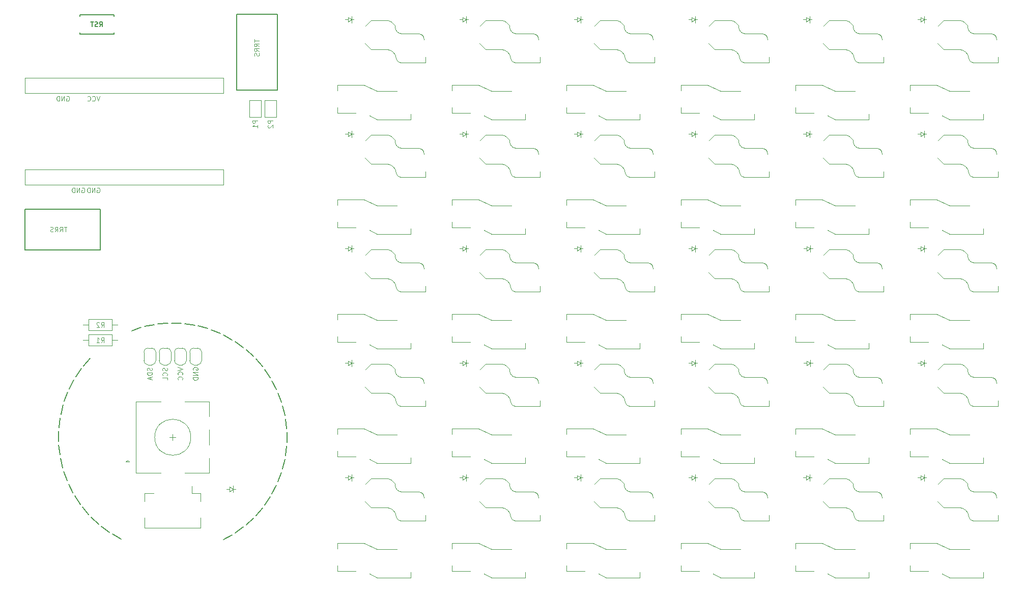
<source format=gbr>
%TF.GenerationSoftware,KiCad,Pcbnew,7.0.5*%
%TF.CreationDate,2024-09-25T00:12:03+08:00*%
%TF.ProjectId,TPS,5450532e-6b69-4636-9164-5f7063625858,rev?*%
%TF.SameCoordinates,Original*%
%TF.FileFunction,Legend,Bot*%
%TF.FilePolarity,Positive*%
%FSLAX46Y46*%
G04 Gerber Fmt 4.6, Leading zero omitted, Abs format (unit mm)*
G04 Created by KiCad (PCBNEW 7.0.5) date 2024-09-25 00:12:03*
%MOMM*%
%LPD*%
G01*
G04 APERTURE LIST*
%ADD10C,0.150000*%
%ADD11C,0.120000*%
%ADD12C,0.100000*%
G04 APERTURE END LIST*
D10*
X54609258Y-116430810D02*
X53172632Y-115620319D01*
X52668441Y-115295109D02*
X51337631Y-114320565D01*
X50875394Y-113938065D02*
X49669041Y-112813119D01*
X49255231Y-112378687D02*
X48190234Y-111119096D01*
X47830648Y-110638817D02*
X46921923Y-109262224D01*
X46621597Y-108742825D02*
X45881874Y-107268512D01*
X45645016Y-106717270D02*
X45084655Y-105165888D01*
X44914582Y-104590523D02*
X44541433Y-102983803D01*
X44440527Y-102392374D02*
X44259817Y-100752821D01*
X44229491Y-100153613D02*
X44243751Y-98504193D01*
X44284431Y-97905599D02*
X44493461Y-96269415D01*
X44604577Y-95679820D02*
X45005448Y-94079791D01*
X45185444Y-93507452D02*
X45772542Y-91965990D01*
X46018896Y-91418925D02*
X46783998Y-89957622D01*
X47093258Y-89443493D02*
X48025647Y-88082817D01*
X48393483Y-87608827D02*
X49480098Y-86367836D01*
X56400785Y-81758132D02*
X57964673Y-81233686D01*
X58543806Y-81076923D02*
X60158702Y-80740915D01*
X60752300Y-80653671D02*
X62395583Y-80510808D01*
X62995331Y-80494305D02*
X64643984Y-80546587D01*
X65241481Y-80601057D02*
X66872411Y-80847752D01*
X67459288Y-80972432D02*
X69049650Y-81410084D01*
X69617687Y-81603227D02*
X71145204Y-82225707D01*
X71686444Y-82484607D02*
X73129720Y-83283195D01*
X73636582Y-83604227D02*
X74975401Y-84567737D01*
X75440785Y-84946403D02*
X76656395Y-86061339D01*
X77073782Y-86492336D02*
X78149154Y-87743081D01*
X78512698Y-88220371D02*
X79432770Y-89589406D01*
X79737379Y-90106304D02*
X80489264Y-91574452D01*
X80730671Y-92123718D02*
X81303836Y-93670415D01*
X81478659Y-94244354D02*
X81865076Y-95847935D01*
X81970867Y-96438510D02*
X82165124Y-98076513D01*
X82200401Y-98675450D02*
X82199776Y-100324931D01*
X82164045Y-100923841D02*
X81968548Y-102561697D01*
X81862309Y-103152191D02*
X81474677Y-104755479D01*
X81299419Y-105329286D02*
X80725082Y-106875548D01*
X80483259Y-107424630D02*
X79730263Y-108892209D01*
X79425262Y-109408876D02*
X78504153Y-110777213D01*
X78140247Y-111254227D02*
X77063928Y-112504158D01*
X76646214Y-112934838D02*
X75429760Y-114048853D01*
X74964089Y-114427166D02*
X73624540Y-115389662D01*
X73117436Y-115710309D02*
X71685894Y-116501666D01*
D11*
%TO.C,T2*%
X45593523Y-64501355D02*
X45136380Y-64501355D01*
X45364952Y-65301355D02*
X45364952Y-64501355D01*
X44412570Y-65301355D02*
X44679237Y-64920402D01*
X44869713Y-65301355D02*
X44869713Y-64501355D01*
X44869713Y-64501355D02*
X44564951Y-64501355D01*
X44564951Y-64501355D02*
X44488761Y-64539450D01*
X44488761Y-64539450D02*
X44450666Y-64577545D01*
X44450666Y-64577545D02*
X44412570Y-64653736D01*
X44412570Y-64653736D02*
X44412570Y-64768021D01*
X44412570Y-64768021D02*
X44450666Y-64844212D01*
X44450666Y-64844212D02*
X44488761Y-64882307D01*
X44488761Y-64882307D02*
X44564951Y-64920402D01*
X44564951Y-64920402D02*
X44869713Y-64920402D01*
X43612570Y-65301355D02*
X43879237Y-64920402D01*
X44069713Y-65301355D02*
X44069713Y-64501355D01*
X44069713Y-64501355D02*
X43764951Y-64501355D01*
X43764951Y-64501355D02*
X43688761Y-64539450D01*
X43688761Y-64539450D02*
X43650666Y-64577545D01*
X43650666Y-64577545D02*
X43612570Y-64653736D01*
X43612570Y-64653736D02*
X43612570Y-64768021D01*
X43612570Y-64768021D02*
X43650666Y-64844212D01*
X43650666Y-64844212D02*
X43688761Y-64882307D01*
X43688761Y-64882307D02*
X43764951Y-64920402D01*
X43764951Y-64920402D02*
X44069713Y-64920402D01*
X43307809Y-65263260D02*
X43193523Y-65301355D01*
X43193523Y-65301355D02*
X43003047Y-65301355D01*
X43003047Y-65301355D02*
X42926856Y-65263260D01*
X42926856Y-65263260D02*
X42888761Y-65225164D01*
X42888761Y-65225164D02*
X42850666Y-65148974D01*
X42850666Y-65148974D02*
X42850666Y-65072783D01*
X42850666Y-65072783D02*
X42888761Y-64996593D01*
X42888761Y-64996593D02*
X42926856Y-64958498D01*
X42926856Y-64958498D02*
X43003047Y-64920402D01*
X43003047Y-64920402D02*
X43155428Y-64882307D01*
X43155428Y-64882307D02*
X43231618Y-64844212D01*
X43231618Y-64844212D02*
X43269713Y-64806117D01*
X43269713Y-64806117D02*
X43307809Y-64729926D01*
X43307809Y-64729926D02*
X43307809Y-64653736D01*
X43307809Y-64653736D02*
X43269713Y-64577545D01*
X43269713Y-64577545D02*
X43231618Y-64539450D01*
X43231618Y-64539450D02*
X43155428Y-64501355D01*
X43155428Y-64501355D02*
X42964951Y-64501355D01*
X42964951Y-64501355D02*
X42850666Y-64539450D01*
%TO.C,T1*%
X76777855Y-33313476D02*
X76777855Y-33770619D01*
X77577855Y-33542047D02*
X76777855Y-33542047D01*
X77577855Y-34494429D02*
X77196902Y-34227762D01*
X77577855Y-34037286D02*
X76777855Y-34037286D01*
X76777855Y-34037286D02*
X76777855Y-34342048D01*
X76777855Y-34342048D02*
X76815950Y-34418238D01*
X76815950Y-34418238D02*
X76854045Y-34456333D01*
X76854045Y-34456333D02*
X76930236Y-34494429D01*
X76930236Y-34494429D02*
X77044521Y-34494429D01*
X77044521Y-34494429D02*
X77120712Y-34456333D01*
X77120712Y-34456333D02*
X77158807Y-34418238D01*
X77158807Y-34418238D02*
X77196902Y-34342048D01*
X77196902Y-34342048D02*
X77196902Y-34037286D01*
X77577855Y-35294429D02*
X77196902Y-35027762D01*
X77577855Y-34837286D02*
X76777855Y-34837286D01*
X76777855Y-34837286D02*
X76777855Y-35142048D01*
X76777855Y-35142048D02*
X76815950Y-35218238D01*
X76815950Y-35218238D02*
X76854045Y-35256333D01*
X76854045Y-35256333D02*
X76930236Y-35294429D01*
X76930236Y-35294429D02*
X77044521Y-35294429D01*
X77044521Y-35294429D02*
X77120712Y-35256333D01*
X77120712Y-35256333D02*
X77158807Y-35218238D01*
X77158807Y-35218238D02*
X77196902Y-35142048D01*
X77196902Y-35142048D02*
X77196902Y-34837286D01*
X77539760Y-35599190D02*
X77577855Y-35713476D01*
X77577855Y-35713476D02*
X77577855Y-35903952D01*
X77577855Y-35903952D02*
X77539760Y-35980143D01*
X77539760Y-35980143D02*
X77501664Y-36018238D01*
X77501664Y-36018238D02*
X77425474Y-36056333D01*
X77425474Y-36056333D02*
X77349283Y-36056333D01*
X77349283Y-36056333D02*
X77273093Y-36018238D01*
X77273093Y-36018238D02*
X77234998Y-35980143D01*
X77234998Y-35980143D02*
X77196902Y-35903952D01*
X77196902Y-35903952D02*
X77158807Y-35751571D01*
X77158807Y-35751571D02*
X77120712Y-35675381D01*
X77120712Y-35675381D02*
X77082617Y-35637286D01*
X77082617Y-35637286D02*
X77006426Y-35599190D01*
X77006426Y-35599190D02*
X76930236Y-35599190D01*
X76930236Y-35599190D02*
X76854045Y-35637286D01*
X76854045Y-35637286D02*
X76815950Y-35675381D01*
X76815950Y-35675381D02*
X76777855Y-35751571D01*
X76777855Y-35751571D02*
X76777855Y-35942048D01*
X76777855Y-35942048D02*
X76815950Y-36056333D01*
%TO.C,R1*%
X51294332Y-83706855D02*
X51560999Y-83325902D01*
X51751475Y-83706855D02*
X51751475Y-82906855D01*
X51751475Y-82906855D02*
X51446713Y-82906855D01*
X51446713Y-82906855D02*
X51370523Y-82944950D01*
X51370523Y-82944950D02*
X51332428Y-82983045D01*
X51332428Y-82983045D02*
X51294332Y-83059236D01*
X51294332Y-83059236D02*
X51294332Y-83173521D01*
X51294332Y-83173521D02*
X51332428Y-83249712D01*
X51332428Y-83249712D02*
X51370523Y-83287807D01*
X51370523Y-83287807D02*
X51446713Y-83325902D01*
X51446713Y-83325902D02*
X51751475Y-83325902D01*
X50532428Y-83706855D02*
X50989571Y-83706855D01*
X50760999Y-83706855D02*
X50760999Y-82906855D01*
X50760999Y-82906855D02*
X50837190Y-83021140D01*
X50837190Y-83021140D02*
X50913380Y-83097331D01*
X50913380Y-83097331D02*
X50989571Y-83135426D01*
%TO.C,JP1*%
X77307855Y-46799524D02*
X76507855Y-46799524D01*
X76507855Y-46799524D02*
X76507855Y-47104286D01*
X76507855Y-47104286D02*
X76545950Y-47180476D01*
X76545950Y-47180476D02*
X76584045Y-47218571D01*
X76584045Y-47218571D02*
X76660236Y-47256667D01*
X76660236Y-47256667D02*
X76774521Y-47256667D01*
X76774521Y-47256667D02*
X76850712Y-47218571D01*
X76850712Y-47218571D02*
X76888807Y-47180476D01*
X76888807Y-47180476D02*
X76926902Y-47104286D01*
X76926902Y-47104286D02*
X76926902Y-46799524D01*
X77307855Y-48018571D02*
X77307855Y-47561428D01*
X77307855Y-47790000D02*
X76507855Y-47790000D01*
X76507855Y-47790000D02*
X76622140Y-47713809D01*
X76622140Y-47713809D02*
X76698331Y-47637619D01*
X76698331Y-47637619D02*
X76736426Y-47561428D01*
%TO.C,JP2*%
X79847855Y-46799524D02*
X79047855Y-46799524D01*
X79047855Y-46799524D02*
X79047855Y-47104286D01*
X79047855Y-47104286D02*
X79085950Y-47180476D01*
X79085950Y-47180476D02*
X79124045Y-47218571D01*
X79124045Y-47218571D02*
X79200236Y-47256667D01*
X79200236Y-47256667D02*
X79314521Y-47256667D01*
X79314521Y-47256667D02*
X79390712Y-47218571D01*
X79390712Y-47218571D02*
X79428807Y-47180476D01*
X79428807Y-47180476D02*
X79466902Y-47104286D01*
X79466902Y-47104286D02*
X79466902Y-46799524D01*
X79124045Y-47561428D02*
X79085950Y-47599524D01*
X79085950Y-47599524D02*
X79047855Y-47675714D01*
X79047855Y-47675714D02*
X79047855Y-47866190D01*
X79047855Y-47866190D02*
X79085950Y-47942381D01*
X79085950Y-47942381D02*
X79124045Y-47980476D01*
X79124045Y-47980476D02*
X79200236Y-48018571D01*
X79200236Y-48018571D02*
X79276426Y-48018571D01*
X79276426Y-48018571D02*
X79390712Y-47980476D01*
X79390712Y-47980476D02*
X79847855Y-47523333D01*
X79847855Y-47523333D02*
X79847855Y-48018571D01*
D10*
%TO.C,RST1*%
X51039094Y-31190295D02*
X51305761Y-30809342D01*
X51496237Y-31190295D02*
X51496237Y-30390295D01*
X51496237Y-30390295D02*
X51191475Y-30390295D01*
X51191475Y-30390295D02*
X51115285Y-30428390D01*
X51115285Y-30428390D02*
X51077190Y-30466485D01*
X51077190Y-30466485D02*
X51039094Y-30542676D01*
X51039094Y-30542676D02*
X51039094Y-30656961D01*
X51039094Y-30656961D02*
X51077190Y-30733152D01*
X51077190Y-30733152D02*
X51115285Y-30771247D01*
X51115285Y-30771247D02*
X51191475Y-30809342D01*
X51191475Y-30809342D02*
X51496237Y-30809342D01*
X50734333Y-31152200D02*
X50620047Y-31190295D01*
X50620047Y-31190295D02*
X50429571Y-31190295D01*
X50429571Y-31190295D02*
X50353380Y-31152200D01*
X50353380Y-31152200D02*
X50315285Y-31114104D01*
X50315285Y-31114104D02*
X50277190Y-31037914D01*
X50277190Y-31037914D02*
X50277190Y-30961723D01*
X50277190Y-30961723D02*
X50315285Y-30885533D01*
X50315285Y-30885533D02*
X50353380Y-30847438D01*
X50353380Y-30847438D02*
X50429571Y-30809342D01*
X50429571Y-30809342D02*
X50581952Y-30771247D01*
X50581952Y-30771247D02*
X50658142Y-30733152D01*
X50658142Y-30733152D02*
X50696237Y-30695057D01*
X50696237Y-30695057D02*
X50734333Y-30618866D01*
X50734333Y-30618866D02*
X50734333Y-30542676D01*
X50734333Y-30542676D02*
X50696237Y-30466485D01*
X50696237Y-30466485D02*
X50658142Y-30428390D01*
X50658142Y-30428390D02*
X50581952Y-30390295D01*
X50581952Y-30390295D02*
X50391475Y-30390295D01*
X50391475Y-30390295D02*
X50277190Y-30428390D01*
X50048618Y-30390295D02*
X49591475Y-30390295D01*
X49820047Y-31190295D02*
X49820047Y-30390295D01*
D11*
%TO.C,J1*%
X66629450Y-88298476D02*
X66591355Y-88222286D01*
X66591355Y-88222286D02*
X66591355Y-88108000D01*
X66591355Y-88108000D02*
X66629450Y-87993714D01*
X66629450Y-87993714D02*
X66705640Y-87917524D01*
X66705640Y-87917524D02*
X66781831Y-87879429D01*
X66781831Y-87879429D02*
X66934212Y-87841333D01*
X66934212Y-87841333D02*
X67048498Y-87841333D01*
X67048498Y-87841333D02*
X67200879Y-87879429D01*
X67200879Y-87879429D02*
X67277069Y-87917524D01*
X67277069Y-87917524D02*
X67353260Y-87993714D01*
X67353260Y-87993714D02*
X67391355Y-88108000D01*
X67391355Y-88108000D02*
X67391355Y-88184191D01*
X67391355Y-88184191D02*
X67353260Y-88298476D01*
X67353260Y-88298476D02*
X67315164Y-88336572D01*
X67315164Y-88336572D02*
X67048498Y-88336572D01*
X67048498Y-88336572D02*
X67048498Y-88184191D01*
X67391355Y-88679429D02*
X66591355Y-88679429D01*
X66591355Y-88679429D02*
X67391355Y-89136572D01*
X67391355Y-89136572D02*
X66591355Y-89136572D01*
X67391355Y-89517524D02*
X66591355Y-89517524D01*
X66591355Y-89517524D02*
X66591355Y-89708000D01*
X66591355Y-89708000D02*
X66629450Y-89822286D01*
X66629450Y-89822286D02*
X66705640Y-89898476D01*
X66705640Y-89898476D02*
X66781831Y-89936571D01*
X66781831Y-89936571D02*
X66934212Y-89974667D01*
X66934212Y-89974667D02*
X67048498Y-89974667D01*
X67048498Y-89974667D02*
X67200879Y-89936571D01*
X67200879Y-89936571D02*
X67277069Y-89898476D01*
X67277069Y-89898476D02*
X67353260Y-89822286D01*
X67353260Y-89822286D02*
X67391355Y-89708000D01*
X67391355Y-89708000D02*
X67391355Y-89517524D01*
X62273260Y-87955618D02*
X62311355Y-88069904D01*
X62311355Y-88069904D02*
X62311355Y-88260380D01*
X62311355Y-88260380D02*
X62273260Y-88336571D01*
X62273260Y-88336571D02*
X62235164Y-88374666D01*
X62235164Y-88374666D02*
X62158974Y-88412761D01*
X62158974Y-88412761D02*
X62082783Y-88412761D01*
X62082783Y-88412761D02*
X62006593Y-88374666D01*
X62006593Y-88374666D02*
X61968498Y-88336571D01*
X61968498Y-88336571D02*
X61930402Y-88260380D01*
X61930402Y-88260380D02*
X61892307Y-88107999D01*
X61892307Y-88107999D02*
X61854212Y-88031809D01*
X61854212Y-88031809D02*
X61816117Y-87993714D01*
X61816117Y-87993714D02*
X61739926Y-87955618D01*
X61739926Y-87955618D02*
X61663736Y-87955618D01*
X61663736Y-87955618D02*
X61587545Y-87993714D01*
X61587545Y-87993714D02*
X61549450Y-88031809D01*
X61549450Y-88031809D02*
X61511355Y-88107999D01*
X61511355Y-88107999D02*
X61511355Y-88298476D01*
X61511355Y-88298476D02*
X61549450Y-88412761D01*
X62235164Y-89212762D02*
X62273260Y-89174666D01*
X62273260Y-89174666D02*
X62311355Y-89060381D01*
X62311355Y-89060381D02*
X62311355Y-88984190D01*
X62311355Y-88984190D02*
X62273260Y-88869904D01*
X62273260Y-88869904D02*
X62197069Y-88793714D01*
X62197069Y-88793714D02*
X62120879Y-88755619D01*
X62120879Y-88755619D02*
X61968498Y-88717523D01*
X61968498Y-88717523D02*
X61854212Y-88717523D01*
X61854212Y-88717523D02*
X61701831Y-88755619D01*
X61701831Y-88755619D02*
X61625640Y-88793714D01*
X61625640Y-88793714D02*
X61549450Y-88869904D01*
X61549450Y-88869904D02*
X61511355Y-88984190D01*
X61511355Y-88984190D02*
X61511355Y-89060381D01*
X61511355Y-89060381D02*
X61549450Y-89174666D01*
X61549450Y-89174666D02*
X61587545Y-89212762D01*
X62311355Y-89936571D02*
X62311355Y-89555619D01*
X62311355Y-89555619D02*
X61511355Y-89555619D01*
X59733260Y-87936571D02*
X59771355Y-88050857D01*
X59771355Y-88050857D02*
X59771355Y-88241333D01*
X59771355Y-88241333D02*
X59733260Y-88317524D01*
X59733260Y-88317524D02*
X59695164Y-88355619D01*
X59695164Y-88355619D02*
X59618974Y-88393714D01*
X59618974Y-88393714D02*
X59542783Y-88393714D01*
X59542783Y-88393714D02*
X59466593Y-88355619D01*
X59466593Y-88355619D02*
X59428498Y-88317524D01*
X59428498Y-88317524D02*
X59390402Y-88241333D01*
X59390402Y-88241333D02*
X59352307Y-88088952D01*
X59352307Y-88088952D02*
X59314212Y-88012762D01*
X59314212Y-88012762D02*
X59276117Y-87974667D01*
X59276117Y-87974667D02*
X59199926Y-87936571D01*
X59199926Y-87936571D02*
X59123736Y-87936571D01*
X59123736Y-87936571D02*
X59047545Y-87974667D01*
X59047545Y-87974667D02*
X59009450Y-88012762D01*
X59009450Y-88012762D02*
X58971355Y-88088952D01*
X58971355Y-88088952D02*
X58971355Y-88279429D01*
X58971355Y-88279429D02*
X59009450Y-88393714D01*
X59771355Y-88736572D02*
X58971355Y-88736572D01*
X58971355Y-88736572D02*
X58971355Y-88927048D01*
X58971355Y-88927048D02*
X59009450Y-89041334D01*
X59009450Y-89041334D02*
X59085640Y-89117524D01*
X59085640Y-89117524D02*
X59161831Y-89155619D01*
X59161831Y-89155619D02*
X59314212Y-89193715D01*
X59314212Y-89193715D02*
X59428498Y-89193715D01*
X59428498Y-89193715D02*
X59580879Y-89155619D01*
X59580879Y-89155619D02*
X59657069Y-89117524D01*
X59657069Y-89117524D02*
X59733260Y-89041334D01*
X59733260Y-89041334D02*
X59771355Y-88927048D01*
X59771355Y-88927048D02*
X59771355Y-88736572D01*
X59542783Y-89498476D02*
X59542783Y-89879429D01*
X59771355Y-89422286D02*
X58971355Y-89688953D01*
X58971355Y-89688953D02*
X59771355Y-89955619D01*
X64051355Y-87841333D02*
X64851355Y-88108000D01*
X64851355Y-88108000D02*
X64051355Y-88374666D01*
X64775164Y-89098476D02*
X64813260Y-89060380D01*
X64813260Y-89060380D02*
X64851355Y-88946095D01*
X64851355Y-88946095D02*
X64851355Y-88869904D01*
X64851355Y-88869904D02*
X64813260Y-88755618D01*
X64813260Y-88755618D02*
X64737069Y-88679428D01*
X64737069Y-88679428D02*
X64660879Y-88641333D01*
X64660879Y-88641333D02*
X64508498Y-88603237D01*
X64508498Y-88603237D02*
X64394212Y-88603237D01*
X64394212Y-88603237D02*
X64241831Y-88641333D01*
X64241831Y-88641333D02*
X64165640Y-88679428D01*
X64165640Y-88679428D02*
X64089450Y-88755618D01*
X64089450Y-88755618D02*
X64051355Y-88869904D01*
X64051355Y-88869904D02*
X64051355Y-88946095D01*
X64051355Y-88946095D02*
X64089450Y-89060380D01*
X64089450Y-89060380D02*
X64127545Y-89098476D01*
X64775164Y-89898476D02*
X64813260Y-89860380D01*
X64813260Y-89860380D02*
X64851355Y-89746095D01*
X64851355Y-89746095D02*
X64851355Y-89669904D01*
X64851355Y-89669904D02*
X64813260Y-89555618D01*
X64813260Y-89555618D02*
X64737069Y-89479428D01*
X64737069Y-89479428D02*
X64660879Y-89441333D01*
X64660879Y-89441333D02*
X64508498Y-89403237D01*
X64508498Y-89403237D02*
X64394212Y-89403237D01*
X64394212Y-89403237D02*
X64241831Y-89441333D01*
X64241831Y-89441333D02*
X64165640Y-89479428D01*
X64165640Y-89479428D02*
X64089450Y-89555618D01*
X64089450Y-89555618D02*
X64051355Y-89669904D01*
X64051355Y-89669904D02*
X64051355Y-89746095D01*
X64051355Y-89746095D02*
X64089450Y-89860380D01*
X64089450Y-89860380D02*
X64127545Y-89898476D01*
%TO.C,R2*%
X51294332Y-81166855D02*
X51560999Y-80785902D01*
X51751475Y-81166855D02*
X51751475Y-80366855D01*
X51751475Y-80366855D02*
X51446713Y-80366855D01*
X51446713Y-80366855D02*
X51370523Y-80404950D01*
X51370523Y-80404950D02*
X51332428Y-80443045D01*
X51332428Y-80443045D02*
X51294332Y-80519236D01*
X51294332Y-80519236D02*
X51294332Y-80633521D01*
X51294332Y-80633521D02*
X51332428Y-80709712D01*
X51332428Y-80709712D02*
X51370523Y-80747807D01*
X51370523Y-80747807D02*
X51446713Y-80785902D01*
X51446713Y-80785902D02*
X51751475Y-80785902D01*
X50989571Y-80443045D02*
X50951475Y-80404950D01*
X50951475Y-80404950D02*
X50875285Y-80366855D01*
X50875285Y-80366855D02*
X50684809Y-80366855D01*
X50684809Y-80366855D02*
X50608618Y-80404950D01*
X50608618Y-80404950D02*
X50570523Y-80443045D01*
X50570523Y-80443045D02*
X50532428Y-80519236D01*
X50532428Y-80519236D02*
X50532428Y-80595426D01*
X50532428Y-80595426D02*
X50570523Y-80709712D01*
X50570523Y-80709712D02*
X51027666Y-81166855D01*
X51027666Y-81166855D02*
X50532428Y-81166855D01*
%TO.C,U1*%
X45570523Y-42806450D02*
X45646713Y-42768355D01*
X45646713Y-42768355D02*
X45760999Y-42768355D01*
X45760999Y-42768355D02*
X45875285Y-42806450D01*
X45875285Y-42806450D02*
X45951475Y-42882640D01*
X45951475Y-42882640D02*
X45989570Y-42958831D01*
X45989570Y-42958831D02*
X46027666Y-43111212D01*
X46027666Y-43111212D02*
X46027666Y-43225498D01*
X46027666Y-43225498D02*
X45989570Y-43377879D01*
X45989570Y-43377879D02*
X45951475Y-43454069D01*
X45951475Y-43454069D02*
X45875285Y-43530260D01*
X45875285Y-43530260D02*
X45760999Y-43568355D01*
X45760999Y-43568355D02*
X45684808Y-43568355D01*
X45684808Y-43568355D02*
X45570523Y-43530260D01*
X45570523Y-43530260D02*
X45532427Y-43492164D01*
X45532427Y-43492164D02*
X45532427Y-43225498D01*
X45532427Y-43225498D02*
X45684808Y-43225498D01*
X45189570Y-43568355D02*
X45189570Y-42768355D01*
X45189570Y-42768355D02*
X44732427Y-43568355D01*
X44732427Y-43568355D02*
X44732427Y-42768355D01*
X44351475Y-43568355D02*
X44351475Y-42768355D01*
X44351475Y-42768355D02*
X44160999Y-42768355D01*
X44160999Y-42768355D02*
X44046713Y-42806450D01*
X44046713Y-42806450D02*
X43970523Y-42882640D01*
X43970523Y-42882640D02*
X43932428Y-42958831D01*
X43932428Y-42958831D02*
X43894332Y-43111212D01*
X43894332Y-43111212D02*
X43894332Y-43225498D01*
X43894332Y-43225498D02*
X43932428Y-43377879D01*
X43932428Y-43377879D02*
X43970523Y-43454069D01*
X43970523Y-43454069D02*
X44046713Y-43530260D01*
X44046713Y-43530260D02*
X44160999Y-43568355D01*
X44160999Y-43568355D02*
X44351475Y-43568355D01*
X50650523Y-58046450D02*
X50726713Y-58008355D01*
X50726713Y-58008355D02*
X50840999Y-58008355D01*
X50840999Y-58008355D02*
X50955285Y-58046450D01*
X50955285Y-58046450D02*
X51031475Y-58122640D01*
X51031475Y-58122640D02*
X51069570Y-58198831D01*
X51069570Y-58198831D02*
X51107666Y-58351212D01*
X51107666Y-58351212D02*
X51107666Y-58465498D01*
X51107666Y-58465498D02*
X51069570Y-58617879D01*
X51069570Y-58617879D02*
X51031475Y-58694069D01*
X51031475Y-58694069D02*
X50955285Y-58770260D01*
X50955285Y-58770260D02*
X50840999Y-58808355D01*
X50840999Y-58808355D02*
X50764808Y-58808355D01*
X50764808Y-58808355D02*
X50650523Y-58770260D01*
X50650523Y-58770260D02*
X50612427Y-58732164D01*
X50612427Y-58732164D02*
X50612427Y-58465498D01*
X50612427Y-58465498D02*
X50764808Y-58465498D01*
X50269570Y-58808355D02*
X50269570Y-58008355D01*
X50269570Y-58008355D02*
X49812427Y-58808355D01*
X49812427Y-58808355D02*
X49812427Y-58008355D01*
X49431475Y-58808355D02*
X49431475Y-58008355D01*
X49431475Y-58008355D02*
X49240999Y-58008355D01*
X49240999Y-58008355D02*
X49126713Y-58046450D01*
X49126713Y-58046450D02*
X49050523Y-58122640D01*
X49050523Y-58122640D02*
X49012428Y-58198831D01*
X49012428Y-58198831D02*
X48974332Y-58351212D01*
X48974332Y-58351212D02*
X48974332Y-58465498D01*
X48974332Y-58465498D02*
X49012428Y-58617879D01*
X49012428Y-58617879D02*
X49050523Y-58694069D01*
X49050523Y-58694069D02*
X49126713Y-58770260D01*
X49126713Y-58770260D02*
X49240999Y-58808355D01*
X49240999Y-58808355D02*
X49431475Y-58808355D01*
X48110523Y-58046450D02*
X48186713Y-58008355D01*
X48186713Y-58008355D02*
X48300999Y-58008355D01*
X48300999Y-58008355D02*
X48415285Y-58046450D01*
X48415285Y-58046450D02*
X48491475Y-58122640D01*
X48491475Y-58122640D02*
X48529570Y-58198831D01*
X48529570Y-58198831D02*
X48567666Y-58351212D01*
X48567666Y-58351212D02*
X48567666Y-58465498D01*
X48567666Y-58465498D02*
X48529570Y-58617879D01*
X48529570Y-58617879D02*
X48491475Y-58694069D01*
X48491475Y-58694069D02*
X48415285Y-58770260D01*
X48415285Y-58770260D02*
X48300999Y-58808355D01*
X48300999Y-58808355D02*
X48224808Y-58808355D01*
X48224808Y-58808355D02*
X48110523Y-58770260D01*
X48110523Y-58770260D02*
X48072427Y-58732164D01*
X48072427Y-58732164D02*
X48072427Y-58465498D01*
X48072427Y-58465498D02*
X48224808Y-58465498D01*
X47729570Y-58808355D02*
X47729570Y-58008355D01*
X47729570Y-58008355D02*
X47272427Y-58808355D01*
X47272427Y-58808355D02*
X47272427Y-58008355D01*
X46891475Y-58808355D02*
X46891475Y-58008355D01*
X46891475Y-58008355D02*
X46700999Y-58008355D01*
X46700999Y-58008355D02*
X46586713Y-58046450D01*
X46586713Y-58046450D02*
X46510523Y-58122640D01*
X46510523Y-58122640D02*
X46472428Y-58198831D01*
X46472428Y-58198831D02*
X46434332Y-58351212D01*
X46434332Y-58351212D02*
X46434332Y-58465498D01*
X46434332Y-58465498D02*
X46472428Y-58617879D01*
X46472428Y-58617879D02*
X46510523Y-58694069D01*
X46510523Y-58694069D02*
X46586713Y-58770260D01*
X46586713Y-58770260D02*
X46700999Y-58808355D01*
X46700999Y-58808355D02*
X46891475Y-58808355D01*
X51107666Y-42768355D02*
X50840999Y-43568355D01*
X50840999Y-43568355D02*
X50574333Y-42768355D01*
X49850523Y-43492164D02*
X49888619Y-43530260D01*
X49888619Y-43530260D02*
X50002904Y-43568355D01*
X50002904Y-43568355D02*
X50079095Y-43568355D01*
X50079095Y-43568355D02*
X50193381Y-43530260D01*
X50193381Y-43530260D02*
X50269571Y-43454069D01*
X50269571Y-43454069D02*
X50307666Y-43377879D01*
X50307666Y-43377879D02*
X50345762Y-43225498D01*
X50345762Y-43225498D02*
X50345762Y-43111212D01*
X50345762Y-43111212D02*
X50307666Y-42958831D01*
X50307666Y-42958831D02*
X50269571Y-42882640D01*
X50269571Y-42882640D02*
X50193381Y-42806450D01*
X50193381Y-42806450D02*
X50079095Y-42768355D01*
X50079095Y-42768355D02*
X50002904Y-42768355D01*
X50002904Y-42768355D02*
X49888619Y-42806450D01*
X49888619Y-42806450D02*
X49850523Y-42844545D01*
X49050523Y-43492164D02*
X49088619Y-43530260D01*
X49088619Y-43530260D02*
X49202904Y-43568355D01*
X49202904Y-43568355D02*
X49279095Y-43568355D01*
X49279095Y-43568355D02*
X49393381Y-43530260D01*
X49393381Y-43530260D02*
X49469571Y-43454069D01*
X49469571Y-43454069D02*
X49507666Y-43377879D01*
X49507666Y-43377879D02*
X49545762Y-43225498D01*
X49545762Y-43225498D02*
X49545762Y-43111212D01*
X49545762Y-43111212D02*
X49507666Y-42958831D01*
X49507666Y-42958831D02*
X49469571Y-42882640D01*
X49469571Y-42882640D02*
X49393381Y-42806450D01*
X49393381Y-42806450D02*
X49279095Y-42768355D01*
X49279095Y-42768355D02*
X49202904Y-42768355D01*
X49202904Y-42768355D02*
X49088619Y-42806450D01*
X49088619Y-42806450D02*
X49050523Y-42844545D01*
D10*
%TO.C,T2*%
X38611000Y-68315700D02*
X51184000Y-68315700D01*
X51184000Y-68315700D02*
X51184000Y-61559300D01*
X38611000Y-61559300D02*
X38611000Y-68315700D01*
X38611000Y-61559300D02*
X51184000Y-61559300D01*
%TO.C,T1*%
X73835800Y-29150000D02*
X73835800Y-41723000D01*
X73835800Y-41723000D02*
X80592200Y-41723000D01*
X80592200Y-29150000D02*
X73835800Y-29150000D01*
X80592200Y-29150000D02*
X80592200Y-41723000D01*
D12*
%TO.C,D16*%
X150505600Y-30000000D02*
X150105600Y-30000000D01*
X150105600Y-30000000D02*
X150105600Y-30550000D01*
X150105600Y-30000000D02*
X150105600Y-29450000D01*
X150105600Y-30000000D02*
X149505600Y-29600000D01*
X149505600Y-30400000D02*
X150105600Y-30000000D01*
X149505600Y-30000000D02*
X149005600Y-30000000D01*
X149505600Y-29600000D02*
X149505600Y-30400000D01*
%TO.C,D24*%
X169685600Y-87150000D02*
X169285600Y-87150000D01*
X169285600Y-87150000D02*
X169285600Y-87700000D01*
X169285600Y-87150000D02*
X169285600Y-86600000D01*
X169285600Y-87150000D02*
X168685600Y-86750000D01*
X168685600Y-87550000D02*
X169285600Y-87150000D01*
X168685600Y-87150000D02*
X168185600Y-87150000D01*
X168685600Y-86750000D02*
X168685600Y-87550000D01*
D11*
%TO.C,SW19*%
X147800000Y-98025000D02*
X147800000Y-98975000D01*
X147800000Y-98025000D02*
X152200000Y-98025000D01*
X147800000Y-102725000D02*
X147800000Y-101775000D01*
X147800000Y-102725000D02*
X150800000Y-102725000D01*
X152200000Y-98025000D02*
X154400000Y-99075000D01*
X152384000Y-88266000D02*
X153321000Y-87329000D01*
X153090000Y-103175000D02*
X154400000Y-103775000D01*
X153321000Y-87329000D02*
X156068000Y-87329000D01*
X153321000Y-92121000D02*
X152300000Y-91100000D01*
X155968000Y-92121000D02*
X153321000Y-92121000D01*
X156068000Y-87329000D02*
X156471000Y-87409000D01*
X156471000Y-87409000D02*
X156813000Y-87638000D01*
X156530000Y-92226000D02*
X155968000Y-92121000D01*
X156813000Y-87638000D02*
X157346000Y-88171000D01*
X157009000Y-92525000D02*
X156530000Y-92226000D01*
X157346000Y-88171000D02*
X157346000Y-88393000D01*
X157346000Y-88393000D02*
X157433000Y-88831000D01*
X157347000Y-92978000D02*
X157009000Y-92525000D01*
X157433000Y-88831000D02*
X157677000Y-89198000D01*
X157501000Y-93536000D02*
X157347000Y-92978000D01*
X157583000Y-93834000D02*
X157501000Y-93536000D01*
X157677000Y-89198000D02*
X158044000Y-89442000D01*
X157700000Y-99075000D02*
X154400000Y-99075000D01*
X157776000Y-94092000D02*
X157583000Y-93834000D01*
X158044000Y-89442000D02*
X158482000Y-89529000D01*
X158050000Y-94262000D02*
X157776000Y-94092000D01*
X158360000Y-94321000D02*
X158050000Y-94262000D01*
X158482000Y-89529000D02*
X161282000Y-89529000D01*
X160000000Y-103775000D02*
X154400000Y-103775000D01*
X160000000Y-103775000D02*
X160000000Y-102875000D01*
X161282000Y-89529000D02*
X161609000Y-89594000D01*
X161609000Y-89594000D02*
X161892000Y-89783000D01*
X161892000Y-89783000D02*
X162081000Y-90066000D01*
X162081000Y-90066000D02*
X162166000Y-90493000D01*
X162446000Y-93379000D02*
X162446000Y-94321000D01*
X162446000Y-94321000D02*
X158360000Y-94321000D01*
D12*
%TO.C,D20*%
X150505600Y-106200000D02*
X150105600Y-106200000D01*
X150105600Y-106200000D02*
X150105600Y-106750000D01*
X150105600Y-106200000D02*
X150105600Y-105650000D01*
X150105600Y-106200000D02*
X149505600Y-105800000D01*
X149505600Y-106600000D02*
X150105600Y-106200000D01*
X149505600Y-106200000D02*
X149005600Y-106200000D01*
X149505600Y-105800000D02*
X149505600Y-106600000D01*
%TO.C,D1*%
X93355600Y-30000000D02*
X92955600Y-30000000D01*
X92955600Y-30000000D02*
X92955600Y-30550000D01*
X92955600Y-30000000D02*
X92955600Y-29450000D01*
X92955600Y-30000000D02*
X92355600Y-29600000D01*
X92355600Y-30400000D02*
X92955600Y-30000000D01*
X92355600Y-30000000D02*
X91855600Y-30000000D01*
X92355600Y-29600000D02*
X92355600Y-30400000D01*
%TO.C,D22*%
X169555600Y-49050000D02*
X169155600Y-49050000D01*
X169155600Y-49050000D02*
X169155600Y-49600000D01*
X169155600Y-49050000D02*
X169155600Y-48500000D01*
X169155600Y-49050000D02*
X168555600Y-48650000D01*
X168555600Y-49450000D02*
X169155600Y-49050000D01*
X168555600Y-49050000D02*
X168055600Y-49050000D01*
X168555600Y-48650000D02*
X168555600Y-49450000D01*
D11*
%TO.C,SW3*%
X90650000Y-78975000D02*
X90650000Y-79925000D01*
X90650000Y-78975000D02*
X95050000Y-78975000D01*
X90650000Y-83675000D02*
X90650000Y-82725000D01*
X90650000Y-83675000D02*
X93650000Y-83675000D01*
X95050000Y-78975000D02*
X97250000Y-80025000D01*
X95234000Y-69216000D02*
X96171000Y-68279000D01*
X95940000Y-84125000D02*
X97250000Y-84725000D01*
X96171000Y-68279000D02*
X98918000Y-68279000D01*
X96171000Y-73071000D02*
X95150000Y-72050000D01*
X98818000Y-73071000D02*
X96171000Y-73071000D01*
X98918000Y-68279000D02*
X99321000Y-68359000D01*
X99321000Y-68359000D02*
X99663000Y-68588000D01*
X99380000Y-73176000D02*
X98818000Y-73071000D01*
X99663000Y-68588000D02*
X100196000Y-69121000D01*
X99859000Y-73475000D02*
X99380000Y-73176000D01*
X100196000Y-69121000D02*
X100196000Y-69343000D01*
X100196000Y-69343000D02*
X100283000Y-69781000D01*
X100197000Y-73928000D02*
X99859000Y-73475000D01*
X100283000Y-69781000D02*
X100527000Y-70148000D01*
X100351000Y-74486000D02*
X100197000Y-73928000D01*
X100433000Y-74784000D02*
X100351000Y-74486000D01*
X100527000Y-70148000D02*
X100894000Y-70392000D01*
X100550000Y-80025000D02*
X97250000Y-80025000D01*
X100626000Y-75042000D02*
X100433000Y-74784000D01*
X100894000Y-70392000D02*
X101332000Y-70479000D01*
X100900000Y-75212000D02*
X100626000Y-75042000D01*
X101210000Y-75271000D02*
X100900000Y-75212000D01*
X101332000Y-70479000D02*
X104132000Y-70479000D01*
X102850000Y-84725000D02*
X97250000Y-84725000D01*
X102850000Y-84725000D02*
X102850000Y-83825000D01*
X104132000Y-70479000D02*
X104459000Y-70544000D01*
X104459000Y-70544000D02*
X104742000Y-70733000D01*
X104742000Y-70733000D02*
X104931000Y-71016000D01*
X104931000Y-71016000D02*
X105016000Y-71443000D01*
X105296000Y-74329000D02*
X105296000Y-75271000D01*
X105296000Y-75271000D02*
X101210000Y-75271000D01*
%TO.C,SW4*%
X90650000Y-98025000D02*
X90650000Y-98975000D01*
X90650000Y-98025000D02*
X95050000Y-98025000D01*
X90650000Y-102725000D02*
X90650000Y-101775000D01*
X90650000Y-102725000D02*
X93650000Y-102725000D01*
X95050000Y-98025000D02*
X97250000Y-99075000D01*
X95234000Y-88266000D02*
X96171000Y-87329000D01*
X95940000Y-103175000D02*
X97250000Y-103775000D01*
X96171000Y-87329000D02*
X98918000Y-87329000D01*
X96171000Y-92121000D02*
X95150000Y-91100000D01*
X98818000Y-92121000D02*
X96171000Y-92121000D01*
X98918000Y-87329000D02*
X99321000Y-87409000D01*
X99321000Y-87409000D02*
X99663000Y-87638000D01*
X99380000Y-92226000D02*
X98818000Y-92121000D01*
X99663000Y-87638000D02*
X100196000Y-88171000D01*
X99859000Y-92525000D02*
X99380000Y-92226000D01*
X100196000Y-88171000D02*
X100196000Y-88393000D01*
X100196000Y-88393000D02*
X100283000Y-88831000D01*
X100197000Y-92978000D02*
X99859000Y-92525000D01*
X100283000Y-88831000D02*
X100527000Y-89198000D01*
X100351000Y-93536000D02*
X100197000Y-92978000D01*
X100433000Y-93834000D02*
X100351000Y-93536000D01*
X100527000Y-89198000D02*
X100894000Y-89442000D01*
X100550000Y-99075000D02*
X97250000Y-99075000D01*
X100626000Y-94092000D02*
X100433000Y-93834000D01*
X100894000Y-89442000D02*
X101332000Y-89529000D01*
X100900000Y-94262000D02*
X100626000Y-94092000D01*
X101210000Y-94321000D02*
X100900000Y-94262000D01*
X101332000Y-89529000D02*
X104132000Y-89529000D01*
X102850000Y-103775000D02*
X97250000Y-103775000D01*
X102850000Y-103775000D02*
X102850000Y-102875000D01*
X104132000Y-89529000D02*
X104459000Y-89594000D01*
X104459000Y-89594000D02*
X104742000Y-89783000D01*
X104742000Y-89783000D02*
X104931000Y-90066000D01*
X104931000Y-90066000D02*
X105016000Y-90493000D01*
X105296000Y-93379000D02*
X105296000Y-94321000D01*
X105296000Y-94321000D02*
X101210000Y-94321000D01*
D12*
%TO.C,D27*%
X188605600Y-49050000D02*
X188205600Y-49050000D01*
X188205600Y-49050000D02*
X188205600Y-49600000D01*
X188205600Y-49050000D02*
X188205600Y-48500000D01*
X188205600Y-49050000D02*
X187605600Y-48650000D01*
X187605600Y-49450000D02*
X188205600Y-49050000D01*
X187605600Y-49050000D02*
X187105600Y-49050000D01*
X187605600Y-48650000D02*
X187605600Y-49450000D01*
D11*
%TO.C,SW1*%
X90650000Y-40875000D02*
X90650000Y-41825000D01*
X90650000Y-40875000D02*
X95050000Y-40875000D01*
X90650000Y-45575000D02*
X90650000Y-44625000D01*
X90650000Y-45575000D02*
X93650000Y-45575000D01*
X95050000Y-40875000D02*
X97250000Y-41925000D01*
X95234000Y-31116000D02*
X96171000Y-30179000D01*
X95940000Y-46025000D02*
X97250000Y-46625000D01*
X96171000Y-30179000D02*
X98918000Y-30179000D01*
X96171000Y-34971000D02*
X95150000Y-33950000D01*
X98818000Y-34971000D02*
X96171000Y-34971000D01*
X98918000Y-30179000D02*
X99321000Y-30259000D01*
X99321000Y-30259000D02*
X99663000Y-30488000D01*
X99380000Y-35076000D02*
X98818000Y-34971000D01*
X99663000Y-30488000D02*
X100196000Y-31021000D01*
X99859000Y-35375000D02*
X99380000Y-35076000D01*
X100196000Y-31021000D02*
X100196000Y-31243000D01*
X100196000Y-31243000D02*
X100283000Y-31681000D01*
X100197000Y-35828000D02*
X99859000Y-35375000D01*
X100283000Y-31681000D02*
X100527000Y-32048000D01*
X100351000Y-36386000D02*
X100197000Y-35828000D01*
X100433000Y-36684000D02*
X100351000Y-36386000D01*
X100527000Y-32048000D02*
X100894000Y-32292000D01*
X100550000Y-41925000D02*
X97250000Y-41925000D01*
X100626000Y-36942000D02*
X100433000Y-36684000D01*
X100894000Y-32292000D02*
X101332000Y-32379000D01*
X100900000Y-37112000D02*
X100626000Y-36942000D01*
X101210000Y-37171000D02*
X100900000Y-37112000D01*
X101332000Y-32379000D02*
X104132000Y-32379000D01*
X102850000Y-46625000D02*
X97250000Y-46625000D01*
X102850000Y-46625000D02*
X102850000Y-45725000D01*
X104132000Y-32379000D02*
X104459000Y-32444000D01*
X104459000Y-32444000D02*
X104742000Y-32633000D01*
X104742000Y-32633000D02*
X104931000Y-32916000D01*
X104931000Y-32916000D02*
X105016000Y-33343000D01*
X105296000Y-36229000D02*
X105296000Y-37171000D01*
X105296000Y-37171000D02*
X101210000Y-37171000D01*
D12*
%TO.C,D7*%
X112405600Y-49050000D02*
X112005600Y-49050000D01*
X112005600Y-49050000D02*
X112005600Y-49600000D01*
X112005600Y-49050000D02*
X112005600Y-48500000D01*
X112005600Y-49050000D02*
X111405600Y-48650000D01*
X111405600Y-49450000D02*
X112005600Y-49050000D01*
X111405600Y-49050000D02*
X110905600Y-49050000D01*
X111405600Y-48650000D02*
X111405600Y-49450000D01*
D11*
%TO.C,SW8*%
X109700000Y-78975000D02*
X109700000Y-79925000D01*
X109700000Y-78975000D02*
X114100000Y-78975000D01*
X109700000Y-83675000D02*
X109700000Y-82725000D01*
X109700000Y-83675000D02*
X112700000Y-83675000D01*
X114100000Y-78975000D02*
X116300000Y-80025000D01*
X114284000Y-69216000D02*
X115221000Y-68279000D01*
X114990000Y-84125000D02*
X116300000Y-84725000D01*
X115221000Y-68279000D02*
X117968000Y-68279000D01*
X115221000Y-73071000D02*
X114200000Y-72050000D01*
X117868000Y-73071000D02*
X115221000Y-73071000D01*
X117968000Y-68279000D02*
X118371000Y-68359000D01*
X118371000Y-68359000D02*
X118713000Y-68588000D01*
X118430000Y-73176000D02*
X117868000Y-73071000D01*
X118713000Y-68588000D02*
X119246000Y-69121000D01*
X118909000Y-73475000D02*
X118430000Y-73176000D01*
X119246000Y-69121000D02*
X119246000Y-69343000D01*
X119246000Y-69343000D02*
X119333000Y-69781000D01*
X119247000Y-73928000D02*
X118909000Y-73475000D01*
X119333000Y-69781000D02*
X119577000Y-70148000D01*
X119401000Y-74486000D02*
X119247000Y-73928000D01*
X119483000Y-74784000D02*
X119401000Y-74486000D01*
X119577000Y-70148000D02*
X119944000Y-70392000D01*
X119600000Y-80025000D02*
X116300000Y-80025000D01*
X119676000Y-75042000D02*
X119483000Y-74784000D01*
X119944000Y-70392000D02*
X120382000Y-70479000D01*
X119950000Y-75212000D02*
X119676000Y-75042000D01*
X120260000Y-75271000D02*
X119950000Y-75212000D01*
X120382000Y-70479000D02*
X123182000Y-70479000D01*
X121900000Y-84725000D02*
X116300000Y-84725000D01*
X121900000Y-84725000D02*
X121900000Y-83825000D01*
X123182000Y-70479000D02*
X123509000Y-70544000D01*
X123509000Y-70544000D02*
X123792000Y-70733000D01*
X123792000Y-70733000D02*
X123981000Y-71016000D01*
X123981000Y-71016000D02*
X124066000Y-71443000D01*
X124346000Y-74329000D02*
X124346000Y-75271000D01*
X124346000Y-75271000D02*
X120260000Y-75271000D01*
%TO.C,SW5*%
X90650000Y-117075000D02*
X90650000Y-118025000D01*
X90650000Y-117075000D02*
X95050000Y-117075000D01*
X90650000Y-121775000D02*
X90650000Y-120825000D01*
X90650000Y-121775000D02*
X93650000Y-121775000D01*
X95050000Y-117075000D02*
X97250000Y-118125000D01*
X95234000Y-107316000D02*
X96171000Y-106379000D01*
X95940000Y-122225000D02*
X97250000Y-122825000D01*
X96171000Y-106379000D02*
X98918000Y-106379000D01*
X96171000Y-111171000D02*
X95150000Y-110150000D01*
X98818000Y-111171000D02*
X96171000Y-111171000D01*
X98918000Y-106379000D02*
X99321000Y-106459000D01*
X99321000Y-106459000D02*
X99663000Y-106688000D01*
X99380000Y-111276000D02*
X98818000Y-111171000D01*
X99663000Y-106688000D02*
X100196000Y-107221000D01*
X99859000Y-111575000D02*
X99380000Y-111276000D01*
X100196000Y-107221000D02*
X100196000Y-107443000D01*
X100196000Y-107443000D02*
X100283000Y-107881000D01*
X100197000Y-112028000D02*
X99859000Y-111575000D01*
X100283000Y-107881000D02*
X100527000Y-108248000D01*
X100351000Y-112586000D02*
X100197000Y-112028000D01*
X100433000Y-112884000D02*
X100351000Y-112586000D01*
X100527000Y-108248000D02*
X100894000Y-108492000D01*
X100550000Y-118125000D02*
X97250000Y-118125000D01*
X100626000Y-113142000D02*
X100433000Y-112884000D01*
X100894000Y-108492000D02*
X101332000Y-108579000D01*
X100900000Y-113312000D02*
X100626000Y-113142000D01*
X101210000Y-113371000D02*
X100900000Y-113312000D01*
X101332000Y-108579000D02*
X104132000Y-108579000D01*
X102850000Y-122825000D02*
X97250000Y-122825000D01*
X102850000Y-122825000D02*
X102850000Y-121925000D01*
X104132000Y-108579000D02*
X104459000Y-108644000D01*
X104459000Y-108644000D02*
X104742000Y-108833000D01*
X104742000Y-108833000D02*
X104931000Y-109116000D01*
X104931000Y-109116000D02*
X105016000Y-109543000D01*
X105296000Y-112429000D02*
X105296000Y-113371000D01*
X105296000Y-113371000D02*
X101210000Y-113371000D01*
%TO.C,SW11*%
X128750000Y-40875000D02*
X128750000Y-41825000D01*
X128750000Y-40875000D02*
X133150000Y-40875000D01*
X128750000Y-45575000D02*
X128750000Y-44625000D01*
X128750000Y-45575000D02*
X131750000Y-45575000D01*
X133150000Y-40875000D02*
X135350000Y-41925000D01*
X133334000Y-31116000D02*
X134271000Y-30179000D01*
X134040000Y-46025000D02*
X135350000Y-46625000D01*
X134271000Y-30179000D02*
X137018000Y-30179000D01*
X134271000Y-34971000D02*
X133250000Y-33950000D01*
X136918000Y-34971000D02*
X134271000Y-34971000D01*
X137018000Y-30179000D02*
X137421000Y-30259000D01*
X137421000Y-30259000D02*
X137763000Y-30488000D01*
X137480000Y-35076000D02*
X136918000Y-34971000D01*
X137763000Y-30488000D02*
X138296000Y-31021000D01*
X137959000Y-35375000D02*
X137480000Y-35076000D01*
X138296000Y-31021000D02*
X138296000Y-31243000D01*
X138296000Y-31243000D02*
X138383000Y-31681000D01*
X138297000Y-35828000D02*
X137959000Y-35375000D01*
X138383000Y-31681000D02*
X138627000Y-32048000D01*
X138451000Y-36386000D02*
X138297000Y-35828000D01*
X138533000Y-36684000D02*
X138451000Y-36386000D01*
X138627000Y-32048000D02*
X138994000Y-32292000D01*
X138650000Y-41925000D02*
X135350000Y-41925000D01*
X138726000Y-36942000D02*
X138533000Y-36684000D01*
X138994000Y-32292000D02*
X139432000Y-32379000D01*
X139000000Y-37112000D02*
X138726000Y-36942000D01*
X139310000Y-37171000D02*
X139000000Y-37112000D01*
X139432000Y-32379000D02*
X142232000Y-32379000D01*
X140950000Y-46625000D02*
X135350000Y-46625000D01*
X140950000Y-46625000D02*
X140950000Y-45725000D01*
X142232000Y-32379000D02*
X142559000Y-32444000D01*
X142559000Y-32444000D02*
X142842000Y-32633000D01*
X142842000Y-32633000D02*
X143031000Y-32916000D01*
X143031000Y-32916000D02*
X143116000Y-33343000D01*
X143396000Y-36229000D02*
X143396000Y-37171000D01*
X143396000Y-37171000D02*
X139310000Y-37171000D01*
D12*
%TO.C,D2*%
X93355600Y-49050000D02*
X92955600Y-49050000D01*
X92955600Y-49050000D02*
X92955600Y-49600000D01*
X92955600Y-49050000D02*
X92955600Y-48500000D01*
X92955600Y-49050000D02*
X92355600Y-48650000D01*
X92355600Y-49450000D02*
X92955600Y-49050000D01*
X92355600Y-49050000D02*
X91855600Y-49050000D01*
X92355600Y-48650000D02*
X92355600Y-49450000D01*
%TO.C,D30*%
X188605600Y-106200000D02*
X188205600Y-106200000D01*
X188205600Y-106200000D02*
X188205600Y-106750000D01*
X188205600Y-106200000D02*
X188205600Y-105650000D01*
X188205600Y-106200000D02*
X187605600Y-105800000D01*
X187605600Y-106600000D02*
X188205600Y-106200000D01*
X187605600Y-106200000D02*
X187105600Y-106200000D01*
X187605600Y-105800000D02*
X187605600Y-106600000D01*
D11*
%TO.C,SW30*%
X185900000Y-117075000D02*
X185900000Y-118025000D01*
X185900000Y-117075000D02*
X190300000Y-117075000D01*
X185900000Y-121775000D02*
X185900000Y-120825000D01*
X185900000Y-121775000D02*
X188900000Y-121775000D01*
X190300000Y-117075000D02*
X192500000Y-118125000D01*
X190484000Y-107316000D02*
X191421000Y-106379000D01*
X191190000Y-122225000D02*
X192500000Y-122825000D01*
X191421000Y-106379000D02*
X194168000Y-106379000D01*
X191421000Y-111171000D02*
X190400000Y-110150000D01*
X194068000Y-111171000D02*
X191421000Y-111171000D01*
X194168000Y-106379000D02*
X194571000Y-106459000D01*
X194571000Y-106459000D02*
X194913000Y-106688000D01*
X194630000Y-111276000D02*
X194068000Y-111171000D01*
X194913000Y-106688000D02*
X195446000Y-107221000D01*
X195109000Y-111575000D02*
X194630000Y-111276000D01*
X195446000Y-107221000D02*
X195446000Y-107443000D01*
X195446000Y-107443000D02*
X195533000Y-107881000D01*
X195447000Y-112028000D02*
X195109000Y-111575000D01*
X195533000Y-107881000D02*
X195777000Y-108248000D01*
X195601000Y-112586000D02*
X195447000Y-112028000D01*
X195683000Y-112884000D02*
X195601000Y-112586000D01*
X195777000Y-108248000D02*
X196144000Y-108492000D01*
X195800000Y-118125000D02*
X192500000Y-118125000D01*
X195876000Y-113142000D02*
X195683000Y-112884000D01*
X196144000Y-108492000D02*
X196582000Y-108579000D01*
X196150000Y-113312000D02*
X195876000Y-113142000D01*
X196460000Y-113371000D02*
X196150000Y-113312000D01*
X196582000Y-108579000D02*
X199382000Y-108579000D01*
X198100000Y-122825000D02*
X192500000Y-122825000D01*
X198100000Y-122825000D02*
X198100000Y-121925000D01*
X199382000Y-108579000D02*
X199709000Y-108644000D01*
X199709000Y-108644000D02*
X199992000Y-108833000D01*
X199992000Y-108833000D02*
X200181000Y-109116000D01*
X200181000Y-109116000D02*
X200266000Y-109543000D01*
X200546000Y-112429000D02*
X200546000Y-113371000D01*
X200546000Y-113371000D02*
X196460000Y-113371000D01*
D12*
%TO.C,D8*%
X112405600Y-68100000D02*
X112005600Y-68100000D01*
X112005600Y-68100000D02*
X112005600Y-68650000D01*
X112005600Y-68100000D02*
X112005600Y-67550000D01*
X112005600Y-68100000D02*
X111405600Y-67700000D01*
X111405600Y-68500000D02*
X112005600Y-68100000D01*
X111405600Y-68100000D02*
X110905600Y-68100000D01*
X111405600Y-67700000D02*
X111405600Y-68500000D01*
D11*
%TO.C,SW21*%
X166850000Y-40875000D02*
X166850000Y-41825000D01*
X166850000Y-40875000D02*
X171250000Y-40875000D01*
X166850000Y-45575000D02*
X166850000Y-44625000D01*
X166850000Y-45575000D02*
X169850000Y-45575000D01*
X171250000Y-40875000D02*
X173450000Y-41925000D01*
X171434000Y-31116000D02*
X172371000Y-30179000D01*
X172140000Y-46025000D02*
X173450000Y-46625000D01*
X172371000Y-30179000D02*
X175118000Y-30179000D01*
X172371000Y-34971000D02*
X171350000Y-33950000D01*
X175018000Y-34971000D02*
X172371000Y-34971000D01*
X175118000Y-30179000D02*
X175521000Y-30259000D01*
X175521000Y-30259000D02*
X175863000Y-30488000D01*
X175580000Y-35076000D02*
X175018000Y-34971000D01*
X175863000Y-30488000D02*
X176396000Y-31021000D01*
X176059000Y-35375000D02*
X175580000Y-35076000D01*
X176396000Y-31021000D02*
X176396000Y-31243000D01*
X176396000Y-31243000D02*
X176483000Y-31681000D01*
X176397000Y-35828000D02*
X176059000Y-35375000D01*
X176483000Y-31681000D02*
X176727000Y-32048000D01*
X176551000Y-36386000D02*
X176397000Y-35828000D01*
X176633000Y-36684000D02*
X176551000Y-36386000D01*
X176727000Y-32048000D02*
X177094000Y-32292000D01*
X176750000Y-41925000D02*
X173450000Y-41925000D01*
X176826000Y-36942000D02*
X176633000Y-36684000D01*
X177094000Y-32292000D02*
X177532000Y-32379000D01*
X177100000Y-37112000D02*
X176826000Y-36942000D01*
X177410000Y-37171000D02*
X177100000Y-37112000D01*
X177532000Y-32379000D02*
X180332000Y-32379000D01*
X179050000Y-46625000D02*
X173450000Y-46625000D01*
X179050000Y-46625000D02*
X179050000Y-45725000D01*
X180332000Y-32379000D02*
X180659000Y-32444000D01*
X180659000Y-32444000D02*
X180942000Y-32633000D01*
X180942000Y-32633000D02*
X181131000Y-32916000D01*
X181131000Y-32916000D02*
X181216000Y-33343000D01*
X181496000Y-36229000D02*
X181496000Y-37171000D01*
X181496000Y-37171000D02*
X177410000Y-37171000D01*
%TO.C,SW27*%
X185900000Y-59925000D02*
X185900000Y-60875000D01*
X185900000Y-59925000D02*
X190300000Y-59925000D01*
X185900000Y-64625000D02*
X185900000Y-63675000D01*
X185900000Y-64625000D02*
X188900000Y-64625000D01*
X190300000Y-59925000D02*
X192500000Y-60975000D01*
X190484000Y-50166000D02*
X191421000Y-49229000D01*
X191190000Y-65075000D02*
X192500000Y-65675000D01*
X191421000Y-49229000D02*
X194168000Y-49229000D01*
X191421000Y-54021000D02*
X190400000Y-53000000D01*
X194068000Y-54021000D02*
X191421000Y-54021000D01*
X194168000Y-49229000D02*
X194571000Y-49309000D01*
X194571000Y-49309000D02*
X194913000Y-49538000D01*
X194630000Y-54126000D02*
X194068000Y-54021000D01*
X194913000Y-49538000D02*
X195446000Y-50071000D01*
X195109000Y-54425000D02*
X194630000Y-54126000D01*
X195446000Y-50071000D02*
X195446000Y-50293000D01*
X195446000Y-50293000D02*
X195533000Y-50731000D01*
X195447000Y-54878000D02*
X195109000Y-54425000D01*
X195533000Y-50731000D02*
X195777000Y-51098000D01*
X195601000Y-55436000D02*
X195447000Y-54878000D01*
X195683000Y-55734000D02*
X195601000Y-55436000D01*
X195777000Y-51098000D02*
X196144000Y-51342000D01*
X195800000Y-60975000D02*
X192500000Y-60975000D01*
X195876000Y-55992000D02*
X195683000Y-55734000D01*
X196144000Y-51342000D02*
X196582000Y-51429000D01*
X196150000Y-56162000D02*
X195876000Y-55992000D01*
X196460000Y-56221000D02*
X196150000Y-56162000D01*
X196582000Y-51429000D02*
X199382000Y-51429000D01*
X198100000Y-65675000D02*
X192500000Y-65675000D01*
X198100000Y-65675000D02*
X198100000Y-64775000D01*
X199382000Y-51429000D02*
X199709000Y-51494000D01*
X199709000Y-51494000D02*
X199992000Y-51683000D01*
X199992000Y-51683000D02*
X200181000Y-51966000D01*
X200181000Y-51966000D02*
X200266000Y-52393000D01*
X200546000Y-55279000D02*
X200546000Y-56221000D01*
X200546000Y-56221000D02*
X196460000Y-56221000D01*
%TO.C,SW10*%
X109700000Y-117075000D02*
X109700000Y-118025000D01*
X109700000Y-117075000D02*
X114100000Y-117075000D01*
X109700000Y-121775000D02*
X109700000Y-120825000D01*
X109700000Y-121775000D02*
X112700000Y-121775000D01*
X114100000Y-117075000D02*
X116300000Y-118125000D01*
X114284000Y-107316000D02*
X115221000Y-106379000D01*
X114990000Y-122225000D02*
X116300000Y-122825000D01*
X115221000Y-106379000D02*
X117968000Y-106379000D01*
X115221000Y-111171000D02*
X114200000Y-110150000D01*
X117868000Y-111171000D02*
X115221000Y-111171000D01*
X117968000Y-106379000D02*
X118371000Y-106459000D01*
X118371000Y-106459000D02*
X118713000Y-106688000D01*
X118430000Y-111276000D02*
X117868000Y-111171000D01*
X118713000Y-106688000D02*
X119246000Y-107221000D01*
X118909000Y-111575000D02*
X118430000Y-111276000D01*
X119246000Y-107221000D02*
X119246000Y-107443000D01*
X119246000Y-107443000D02*
X119333000Y-107881000D01*
X119247000Y-112028000D02*
X118909000Y-111575000D01*
X119333000Y-107881000D02*
X119577000Y-108248000D01*
X119401000Y-112586000D02*
X119247000Y-112028000D01*
X119483000Y-112884000D02*
X119401000Y-112586000D01*
X119577000Y-108248000D02*
X119944000Y-108492000D01*
X119600000Y-118125000D02*
X116300000Y-118125000D01*
X119676000Y-113142000D02*
X119483000Y-112884000D01*
X119944000Y-108492000D02*
X120382000Y-108579000D01*
X119950000Y-113312000D02*
X119676000Y-113142000D01*
X120260000Y-113371000D02*
X119950000Y-113312000D01*
X120382000Y-108579000D02*
X123182000Y-108579000D01*
X121900000Y-122825000D02*
X116300000Y-122825000D01*
X121900000Y-122825000D02*
X121900000Y-121925000D01*
X123182000Y-108579000D02*
X123509000Y-108644000D01*
X123509000Y-108644000D02*
X123792000Y-108833000D01*
X123792000Y-108833000D02*
X123981000Y-109116000D01*
X123981000Y-109116000D02*
X124066000Y-109543000D01*
X124346000Y-112429000D02*
X124346000Y-113371000D01*
X124346000Y-113371000D02*
X120260000Y-113371000D01*
%TO.C,SW26*%
X185900000Y-40875000D02*
X185900000Y-41825000D01*
X185900000Y-40875000D02*
X190300000Y-40875000D01*
X185900000Y-45575000D02*
X185900000Y-44625000D01*
X185900000Y-45575000D02*
X188900000Y-45575000D01*
X190300000Y-40875000D02*
X192500000Y-41925000D01*
X190484000Y-31116000D02*
X191421000Y-30179000D01*
X191190000Y-46025000D02*
X192500000Y-46625000D01*
X191421000Y-30179000D02*
X194168000Y-30179000D01*
X191421000Y-34971000D02*
X190400000Y-33950000D01*
X194068000Y-34971000D02*
X191421000Y-34971000D01*
X194168000Y-30179000D02*
X194571000Y-30259000D01*
X194571000Y-30259000D02*
X194913000Y-30488000D01*
X194630000Y-35076000D02*
X194068000Y-34971000D01*
X194913000Y-30488000D02*
X195446000Y-31021000D01*
X195109000Y-35375000D02*
X194630000Y-35076000D01*
X195446000Y-31021000D02*
X195446000Y-31243000D01*
X195446000Y-31243000D02*
X195533000Y-31681000D01*
X195447000Y-35828000D02*
X195109000Y-35375000D01*
X195533000Y-31681000D02*
X195777000Y-32048000D01*
X195601000Y-36386000D02*
X195447000Y-35828000D01*
X195683000Y-36684000D02*
X195601000Y-36386000D01*
X195777000Y-32048000D02*
X196144000Y-32292000D01*
X195800000Y-41925000D02*
X192500000Y-41925000D01*
X195876000Y-36942000D02*
X195683000Y-36684000D01*
X196144000Y-32292000D02*
X196582000Y-32379000D01*
X196150000Y-37112000D02*
X195876000Y-36942000D01*
X196460000Y-37171000D02*
X196150000Y-37112000D01*
X196582000Y-32379000D02*
X199382000Y-32379000D01*
X198100000Y-46625000D02*
X192500000Y-46625000D01*
X198100000Y-46625000D02*
X198100000Y-45725000D01*
X199382000Y-32379000D02*
X199709000Y-32444000D01*
X199709000Y-32444000D02*
X199992000Y-32633000D01*
X199992000Y-32633000D02*
X200181000Y-32916000D01*
X200181000Y-32916000D02*
X200266000Y-33343000D01*
X200546000Y-36229000D02*
X200546000Y-37171000D01*
X200546000Y-37171000D02*
X196460000Y-37171000D01*
D12*
%TO.C,D23*%
X169685600Y-68100000D02*
X169285600Y-68100000D01*
X169285600Y-68100000D02*
X169285600Y-68650000D01*
X169285600Y-68100000D02*
X169285600Y-67550000D01*
X169285600Y-68100000D02*
X168685600Y-67700000D01*
X168685600Y-68500000D02*
X169285600Y-68100000D01*
X168685600Y-68100000D02*
X168185600Y-68100000D01*
X168685600Y-67700000D02*
X168685600Y-68500000D01*
D11*
%TO.C,SW28*%
X185900000Y-78975000D02*
X185900000Y-79925000D01*
X185900000Y-78975000D02*
X190300000Y-78975000D01*
X185900000Y-83675000D02*
X185900000Y-82725000D01*
X185900000Y-83675000D02*
X188900000Y-83675000D01*
X190300000Y-78975000D02*
X192500000Y-80025000D01*
X190484000Y-69216000D02*
X191421000Y-68279000D01*
X191190000Y-84125000D02*
X192500000Y-84725000D01*
X191421000Y-68279000D02*
X194168000Y-68279000D01*
X191421000Y-73071000D02*
X190400000Y-72050000D01*
X194068000Y-73071000D02*
X191421000Y-73071000D01*
X194168000Y-68279000D02*
X194571000Y-68359000D01*
X194571000Y-68359000D02*
X194913000Y-68588000D01*
X194630000Y-73176000D02*
X194068000Y-73071000D01*
X194913000Y-68588000D02*
X195446000Y-69121000D01*
X195109000Y-73475000D02*
X194630000Y-73176000D01*
X195446000Y-69121000D02*
X195446000Y-69343000D01*
X195446000Y-69343000D02*
X195533000Y-69781000D01*
X195447000Y-73928000D02*
X195109000Y-73475000D01*
X195533000Y-69781000D02*
X195777000Y-70148000D01*
X195601000Y-74486000D02*
X195447000Y-73928000D01*
X195683000Y-74784000D02*
X195601000Y-74486000D01*
X195777000Y-70148000D02*
X196144000Y-70392000D01*
X195800000Y-80025000D02*
X192500000Y-80025000D01*
X195876000Y-75042000D02*
X195683000Y-74784000D01*
X196144000Y-70392000D02*
X196582000Y-70479000D01*
X196150000Y-75212000D02*
X195876000Y-75042000D01*
X196460000Y-75271000D02*
X196150000Y-75212000D01*
X196582000Y-70479000D02*
X199382000Y-70479000D01*
X198100000Y-84725000D02*
X192500000Y-84725000D01*
X198100000Y-84725000D02*
X198100000Y-83825000D01*
X199382000Y-70479000D02*
X199709000Y-70544000D01*
X199709000Y-70544000D02*
X199992000Y-70733000D01*
X199992000Y-70733000D02*
X200181000Y-71016000D01*
X200181000Y-71016000D02*
X200266000Y-71443000D01*
X200546000Y-74329000D02*
X200546000Y-75271000D01*
X200546000Y-75271000D02*
X196460000Y-75271000D01*
D12*
%TO.C,D14*%
X131455600Y-87150000D02*
X131055600Y-87150000D01*
X131055600Y-87150000D02*
X131055600Y-87700000D01*
X131055600Y-87150000D02*
X131055600Y-86600000D01*
X131055600Y-87150000D02*
X130455600Y-86750000D01*
X130455600Y-87550000D02*
X131055600Y-87150000D01*
X130455600Y-87150000D02*
X129955600Y-87150000D01*
X130455600Y-86750000D02*
X130455600Y-87550000D01*
%TO.C,D31*%
X73676600Y-108125000D02*
X73276600Y-108125000D01*
X73276600Y-108125000D02*
X73276600Y-108675000D01*
X73276600Y-108125000D02*
X73276600Y-107575000D01*
X73276600Y-108125000D02*
X72676600Y-107725000D01*
X72676600Y-108525000D02*
X73276600Y-108125000D01*
X72676600Y-108125000D02*
X72176600Y-108125000D01*
X72676600Y-107725000D02*
X72676600Y-108525000D01*
D11*
%TO.C,SW22*%
X166850000Y-59925000D02*
X166850000Y-60875000D01*
X166850000Y-59925000D02*
X171250000Y-59925000D01*
X166850000Y-64625000D02*
X166850000Y-63675000D01*
X166850000Y-64625000D02*
X169850000Y-64625000D01*
X171250000Y-59925000D02*
X173450000Y-60975000D01*
X171434000Y-50166000D02*
X172371000Y-49229000D01*
X172140000Y-65075000D02*
X173450000Y-65675000D01*
X172371000Y-49229000D02*
X175118000Y-49229000D01*
X172371000Y-54021000D02*
X171350000Y-53000000D01*
X175018000Y-54021000D02*
X172371000Y-54021000D01*
X175118000Y-49229000D02*
X175521000Y-49309000D01*
X175521000Y-49309000D02*
X175863000Y-49538000D01*
X175580000Y-54126000D02*
X175018000Y-54021000D01*
X175863000Y-49538000D02*
X176396000Y-50071000D01*
X176059000Y-54425000D02*
X175580000Y-54126000D01*
X176396000Y-50071000D02*
X176396000Y-50293000D01*
X176396000Y-50293000D02*
X176483000Y-50731000D01*
X176397000Y-54878000D02*
X176059000Y-54425000D01*
X176483000Y-50731000D02*
X176727000Y-51098000D01*
X176551000Y-55436000D02*
X176397000Y-54878000D01*
X176633000Y-55734000D02*
X176551000Y-55436000D01*
X176727000Y-51098000D02*
X177094000Y-51342000D01*
X176750000Y-60975000D02*
X173450000Y-60975000D01*
X176826000Y-55992000D02*
X176633000Y-55734000D01*
X177094000Y-51342000D02*
X177532000Y-51429000D01*
X177100000Y-56162000D02*
X176826000Y-55992000D01*
X177410000Y-56221000D02*
X177100000Y-56162000D01*
X177532000Y-51429000D02*
X180332000Y-51429000D01*
X179050000Y-65675000D02*
X173450000Y-65675000D01*
X179050000Y-65675000D02*
X179050000Y-64775000D01*
X180332000Y-51429000D02*
X180659000Y-51494000D01*
X180659000Y-51494000D02*
X180942000Y-51683000D01*
X180942000Y-51683000D02*
X181131000Y-51966000D01*
X181131000Y-51966000D02*
X181216000Y-52393000D01*
X181496000Y-55279000D02*
X181496000Y-56221000D01*
X181496000Y-56221000D02*
X177410000Y-56221000D01*
D12*
%TO.C,D4*%
X93355600Y-87150000D02*
X92955600Y-87150000D01*
X92955600Y-87150000D02*
X92955600Y-87700000D01*
X92955600Y-87150000D02*
X92955600Y-86600000D01*
X92955600Y-87150000D02*
X92355600Y-86750000D01*
X92355600Y-87550000D02*
X92955600Y-87150000D01*
X92355600Y-87150000D02*
X91855600Y-87150000D01*
X92355600Y-86750000D02*
X92355600Y-87550000D01*
%TO.C,D17*%
X150505600Y-49050000D02*
X150105600Y-49050000D01*
X150105600Y-49050000D02*
X150105600Y-49600000D01*
X150105600Y-49050000D02*
X150105600Y-48500000D01*
X150105600Y-49050000D02*
X149505600Y-48650000D01*
X149505600Y-49450000D02*
X150105600Y-49050000D01*
X149505600Y-49050000D02*
X149005600Y-49050000D01*
X149505600Y-48650000D02*
X149505600Y-49450000D01*
%TO.C,D13*%
X131455600Y-68100000D02*
X131055600Y-68100000D01*
X131055600Y-68100000D02*
X131055600Y-68650000D01*
X131055600Y-68100000D02*
X131055600Y-67550000D01*
X131055600Y-68100000D02*
X130455600Y-67700000D01*
X130455600Y-68500000D02*
X131055600Y-68100000D01*
X130455600Y-68100000D02*
X129955600Y-68100000D01*
X130455600Y-67700000D02*
X130455600Y-68500000D01*
%TO.C,D12*%
X131455600Y-49050000D02*
X131055600Y-49050000D01*
X131055600Y-49050000D02*
X131055600Y-49600000D01*
X131055600Y-49050000D02*
X131055600Y-48500000D01*
X131055600Y-49050000D02*
X130455600Y-48650000D01*
X130455600Y-49450000D02*
X131055600Y-49050000D01*
X130455600Y-49050000D02*
X129955600Y-49050000D01*
X130455600Y-48650000D02*
X130455600Y-49450000D01*
D11*
%TO.C,SW31*%
X55418000Y-103593000D02*
X56018000Y-103593000D01*
X55718000Y-103293000D02*
X55418000Y-103593000D01*
X56018000Y-103593000D02*
X55718000Y-103293000D01*
X57118000Y-105393000D02*
X57118000Y-93593000D01*
X61218000Y-93593000D02*
X57118000Y-93593000D01*
X61218000Y-105393000D02*
X57118000Y-105393000D01*
X63218000Y-98993000D02*
X63218000Y-99993000D01*
X63718000Y-99493000D02*
X62718000Y-99493000D01*
X65218000Y-105393000D02*
X69318000Y-105393000D01*
X69318000Y-93593000D02*
X65218000Y-93593000D01*
X69318000Y-95993000D02*
X69318000Y-93593000D01*
X69318000Y-100793000D02*
X69318000Y-98193000D01*
X69318000Y-105393000D02*
X69318000Y-102993000D01*
X66218000Y-99493000D02*
G75*
G03*
X66218000Y-99493000I-3000000J0D01*
G01*
%TO.C,SW16*%
X147800000Y-40875000D02*
X147800000Y-41825000D01*
X147800000Y-40875000D02*
X152200000Y-40875000D01*
X147800000Y-45575000D02*
X147800000Y-44625000D01*
X147800000Y-45575000D02*
X150800000Y-45575000D01*
X152200000Y-40875000D02*
X154400000Y-41925000D01*
X152384000Y-31116000D02*
X153321000Y-30179000D01*
X153090000Y-46025000D02*
X154400000Y-46625000D01*
X153321000Y-30179000D02*
X156068000Y-30179000D01*
X153321000Y-34971000D02*
X152300000Y-33950000D01*
X155968000Y-34971000D02*
X153321000Y-34971000D01*
X156068000Y-30179000D02*
X156471000Y-30259000D01*
X156471000Y-30259000D02*
X156813000Y-30488000D01*
X156530000Y-35076000D02*
X155968000Y-34971000D01*
X156813000Y-30488000D02*
X157346000Y-31021000D01*
X157009000Y-35375000D02*
X156530000Y-35076000D01*
X157346000Y-31021000D02*
X157346000Y-31243000D01*
X157346000Y-31243000D02*
X157433000Y-31681000D01*
X157347000Y-35828000D02*
X157009000Y-35375000D01*
X157433000Y-31681000D02*
X157677000Y-32048000D01*
X157501000Y-36386000D02*
X157347000Y-35828000D01*
X157583000Y-36684000D02*
X157501000Y-36386000D01*
X157677000Y-32048000D02*
X158044000Y-32292000D01*
X157700000Y-41925000D02*
X154400000Y-41925000D01*
X157776000Y-36942000D02*
X157583000Y-36684000D01*
X158044000Y-32292000D02*
X158482000Y-32379000D01*
X158050000Y-37112000D02*
X157776000Y-36942000D01*
X158360000Y-37171000D02*
X158050000Y-37112000D01*
X158482000Y-32379000D02*
X161282000Y-32379000D01*
X160000000Y-46625000D02*
X154400000Y-46625000D01*
X160000000Y-46625000D02*
X160000000Y-45725000D01*
X161282000Y-32379000D02*
X161609000Y-32444000D01*
X161609000Y-32444000D02*
X161892000Y-32633000D01*
X161892000Y-32633000D02*
X162081000Y-32916000D01*
X162081000Y-32916000D02*
X162166000Y-33343000D01*
X162446000Y-36229000D02*
X162446000Y-37171000D01*
X162446000Y-37171000D02*
X158360000Y-37171000D01*
%TO.C,R1*%
X48291000Y-83343000D02*
X49241000Y-83343000D01*
X49241000Y-82423000D02*
X53081000Y-82423000D01*
X49241000Y-84263000D02*
X49241000Y-82423000D01*
X53081000Y-82423000D02*
X53081000Y-84263000D01*
X53081000Y-84263000D02*
X49241000Y-84263000D01*
X54031000Y-83343000D02*
X53081000Y-83343000D01*
%TO.C,SW15*%
X128750000Y-117075000D02*
X128750000Y-118025000D01*
X128750000Y-117075000D02*
X133150000Y-117075000D01*
X128750000Y-121775000D02*
X128750000Y-120825000D01*
X128750000Y-121775000D02*
X131750000Y-121775000D01*
X133150000Y-117075000D02*
X135350000Y-118125000D01*
X133334000Y-107316000D02*
X134271000Y-106379000D01*
X134040000Y-122225000D02*
X135350000Y-122825000D01*
X134271000Y-106379000D02*
X137018000Y-106379000D01*
X134271000Y-111171000D02*
X133250000Y-110150000D01*
X136918000Y-111171000D02*
X134271000Y-111171000D01*
X137018000Y-106379000D02*
X137421000Y-106459000D01*
X137421000Y-106459000D02*
X137763000Y-106688000D01*
X137480000Y-111276000D02*
X136918000Y-111171000D01*
X137763000Y-106688000D02*
X138296000Y-107221000D01*
X137959000Y-111575000D02*
X137480000Y-111276000D01*
X138296000Y-107221000D02*
X138296000Y-107443000D01*
X138296000Y-107443000D02*
X138383000Y-107881000D01*
X138297000Y-112028000D02*
X137959000Y-111575000D01*
X138383000Y-107881000D02*
X138627000Y-108248000D01*
X138451000Y-112586000D02*
X138297000Y-112028000D01*
X138533000Y-112884000D02*
X138451000Y-112586000D01*
X138627000Y-108248000D02*
X138994000Y-108492000D01*
X138650000Y-118125000D02*
X135350000Y-118125000D01*
X138726000Y-113142000D02*
X138533000Y-112884000D01*
X138994000Y-108492000D02*
X139432000Y-108579000D01*
X139000000Y-113312000D02*
X138726000Y-113142000D01*
X139310000Y-113371000D02*
X139000000Y-113312000D01*
X139432000Y-108579000D02*
X142232000Y-108579000D01*
X140950000Y-122825000D02*
X135350000Y-122825000D01*
X140950000Y-122825000D02*
X140950000Y-121925000D01*
X142232000Y-108579000D02*
X142559000Y-108644000D01*
X142559000Y-108644000D02*
X142842000Y-108833000D01*
X142842000Y-108833000D02*
X143031000Y-109116000D01*
X143031000Y-109116000D02*
X143116000Y-109543000D01*
X143396000Y-112429000D02*
X143396000Y-113371000D01*
X143396000Y-113371000D02*
X139310000Y-113371000D01*
%TO.C,SW14*%
X128750000Y-98025000D02*
X128750000Y-98975000D01*
X128750000Y-98025000D02*
X133150000Y-98025000D01*
X128750000Y-102725000D02*
X128750000Y-101775000D01*
X128750000Y-102725000D02*
X131750000Y-102725000D01*
X133150000Y-98025000D02*
X135350000Y-99075000D01*
X133334000Y-88266000D02*
X134271000Y-87329000D01*
X134040000Y-103175000D02*
X135350000Y-103775000D01*
X134271000Y-87329000D02*
X137018000Y-87329000D01*
X134271000Y-92121000D02*
X133250000Y-91100000D01*
X136918000Y-92121000D02*
X134271000Y-92121000D01*
X137018000Y-87329000D02*
X137421000Y-87409000D01*
X137421000Y-87409000D02*
X137763000Y-87638000D01*
X137480000Y-92226000D02*
X136918000Y-92121000D01*
X137763000Y-87638000D02*
X138296000Y-88171000D01*
X137959000Y-92525000D02*
X137480000Y-92226000D01*
X138296000Y-88171000D02*
X138296000Y-88393000D01*
X138296000Y-88393000D02*
X138383000Y-88831000D01*
X138297000Y-92978000D02*
X137959000Y-92525000D01*
X138383000Y-88831000D02*
X138627000Y-89198000D01*
X138451000Y-93536000D02*
X138297000Y-92978000D01*
X138533000Y-93834000D02*
X138451000Y-93536000D01*
X138627000Y-89198000D02*
X138994000Y-89442000D01*
X138650000Y-99075000D02*
X135350000Y-99075000D01*
X138726000Y-94092000D02*
X138533000Y-93834000D01*
X138994000Y-89442000D02*
X139432000Y-89529000D01*
X139000000Y-94262000D02*
X138726000Y-94092000D01*
X139310000Y-94321000D02*
X139000000Y-94262000D01*
X139432000Y-89529000D02*
X142232000Y-89529000D01*
X140950000Y-103775000D02*
X135350000Y-103775000D01*
X140950000Y-103775000D02*
X140950000Y-102875000D01*
X142232000Y-89529000D02*
X142559000Y-89594000D01*
X142559000Y-89594000D02*
X142842000Y-89783000D01*
X142842000Y-89783000D02*
X143031000Y-90066000D01*
X143031000Y-90066000D02*
X143116000Y-90493000D01*
X143396000Y-93379000D02*
X143396000Y-94321000D01*
X143396000Y-94321000D02*
X139310000Y-94321000D01*
D12*
%TO.C,D19*%
X150505600Y-87150000D02*
X150105600Y-87150000D01*
X150105600Y-87150000D02*
X150105600Y-87700000D01*
X150105600Y-87150000D02*
X150105600Y-86600000D01*
X150105600Y-87150000D02*
X149505600Y-86750000D01*
X149505600Y-87550000D02*
X150105600Y-87150000D01*
X149505600Y-87150000D02*
X149005600Y-87150000D01*
X149505600Y-86750000D02*
X149505600Y-87550000D01*
%TO.C,D21*%
X169555600Y-30000000D02*
X169155600Y-30000000D01*
X169155600Y-30000000D02*
X169155600Y-30550000D01*
X169155600Y-30000000D02*
X169155600Y-29450000D01*
X169155600Y-30000000D02*
X168555600Y-29600000D01*
X168555600Y-30400000D02*
X169155600Y-30000000D01*
X168555600Y-30000000D02*
X168055600Y-30000000D01*
X168555600Y-29600000D02*
X168555600Y-30400000D01*
D11*
%TO.C,SW20*%
X147800000Y-117075000D02*
X147800000Y-118025000D01*
X147800000Y-117075000D02*
X152200000Y-117075000D01*
X147800000Y-121775000D02*
X147800000Y-120825000D01*
X147800000Y-121775000D02*
X150800000Y-121775000D01*
X152200000Y-117075000D02*
X154400000Y-118125000D01*
X152384000Y-107316000D02*
X153321000Y-106379000D01*
X153090000Y-122225000D02*
X154400000Y-122825000D01*
X153321000Y-106379000D02*
X156068000Y-106379000D01*
X153321000Y-111171000D02*
X152300000Y-110150000D01*
X155968000Y-111171000D02*
X153321000Y-111171000D01*
X156068000Y-106379000D02*
X156471000Y-106459000D01*
X156471000Y-106459000D02*
X156813000Y-106688000D01*
X156530000Y-111276000D02*
X155968000Y-111171000D01*
X156813000Y-106688000D02*
X157346000Y-107221000D01*
X157009000Y-111575000D02*
X156530000Y-111276000D01*
X157346000Y-107221000D02*
X157346000Y-107443000D01*
X157346000Y-107443000D02*
X157433000Y-107881000D01*
X157347000Y-112028000D02*
X157009000Y-111575000D01*
X157433000Y-107881000D02*
X157677000Y-108248000D01*
X157501000Y-112586000D02*
X157347000Y-112028000D01*
X157583000Y-112884000D02*
X157501000Y-112586000D01*
X157677000Y-108248000D02*
X158044000Y-108492000D01*
X157700000Y-118125000D02*
X154400000Y-118125000D01*
X157776000Y-113142000D02*
X157583000Y-112884000D01*
X158044000Y-108492000D02*
X158482000Y-108579000D01*
X158050000Y-113312000D02*
X157776000Y-113142000D01*
X158360000Y-113371000D02*
X158050000Y-113312000D01*
X158482000Y-108579000D02*
X161282000Y-108579000D01*
X160000000Y-122825000D02*
X154400000Y-122825000D01*
X160000000Y-122825000D02*
X160000000Y-121925000D01*
X161282000Y-108579000D02*
X161609000Y-108644000D01*
X161609000Y-108644000D02*
X161892000Y-108833000D01*
X161892000Y-108833000D02*
X162081000Y-109116000D01*
X162081000Y-109116000D02*
X162166000Y-109543000D01*
X162446000Y-112429000D02*
X162446000Y-113371000D01*
X162446000Y-113371000D02*
X158360000Y-113371000D01*
D10*
%TO.C,RST1*%
X47751000Y-29228000D02*
X47751000Y-29478000D01*
X47751000Y-32428000D02*
X47751000Y-32178000D01*
X53451000Y-29228000D02*
X47751000Y-29228000D01*
X53451000Y-29228000D02*
X53451000Y-29478000D01*
X53451000Y-32428000D02*
X47751000Y-32428000D01*
X53451000Y-32428000D02*
X53451000Y-32178000D01*
D11*
%TO.C,SW17*%
X147800000Y-59925000D02*
X147800000Y-60875000D01*
X147800000Y-59925000D02*
X152200000Y-59925000D01*
X147800000Y-64625000D02*
X147800000Y-63675000D01*
X147800000Y-64625000D02*
X150800000Y-64625000D01*
X152200000Y-59925000D02*
X154400000Y-60975000D01*
X152384000Y-50166000D02*
X153321000Y-49229000D01*
X153090000Y-65075000D02*
X154400000Y-65675000D01*
X153321000Y-49229000D02*
X156068000Y-49229000D01*
X153321000Y-54021000D02*
X152300000Y-53000000D01*
X155968000Y-54021000D02*
X153321000Y-54021000D01*
X156068000Y-49229000D02*
X156471000Y-49309000D01*
X156471000Y-49309000D02*
X156813000Y-49538000D01*
X156530000Y-54126000D02*
X155968000Y-54021000D01*
X156813000Y-49538000D02*
X157346000Y-50071000D01*
X157009000Y-54425000D02*
X156530000Y-54126000D01*
X157346000Y-50071000D02*
X157346000Y-50293000D01*
X157346000Y-50293000D02*
X157433000Y-50731000D01*
X157347000Y-54878000D02*
X157009000Y-54425000D01*
X157433000Y-50731000D02*
X157677000Y-51098000D01*
X157501000Y-55436000D02*
X157347000Y-54878000D01*
X157583000Y-55734000D02*
X157501000Y-55436000D01*
X157677000Y-51098000D02*
X158044000Y-51342000D01*
X157700000Y-60975000D02*
X154400000Y-60975000D01*
X157776000Y-55992000D02*
X157583000Y-55734000D01*
X158044000Y-51342000D02*
X158482000Y-51429000D01*
X158050000Y-56162000D02*
X157776000Y-55992000D01*
X158360000Y-56221000D02*
X158050000Y-56162000D01*
X158482000Y-51429000D02*
X161282000Y-51429000D01*
X160000000Y-65675000D02*
X154400000Y-65675000D01*
X160000000Y-65675000D02*
X160000000Y-64775000D01*
X161282000Y-51429000D02*
X161609000Y-51494000D01*
X161609000Y-51494000D02*
X161892000Y-51683000D01*
X161892000Y-51683000D02*
X162081000Y-51966000D01*
X162081000Y-51966000D02*
X162166000Y-52393000D01*
X162446000Y-55279000D02*
X162446000Y-56221000D01*
X162446000Y-56221000D02*
X158360000Y-56221000D01*
D12*
%TO.C,D3*%
X93355600Y-68100000D02*
X92955600Y-68100000D01*
X92955600Y-68100000D02*
X92955600Y-68650000D01*
X92955600Y-68100000D02*
X92955600Y-67550000D01*
X92955600Y-68100000D02*
X92355600Y-67700000D01*
X92355600Y-68500000D02*
X92955600Y-68100000D01*
X92355600Y-68100000D02*
X91855600Y-68100000D01*
X92355600Y-67700000D02*
X92355600Y-68500000D01*
D11*
%TO.C,SW6*%
X109700000Y-40875000D02*
X109700000Y-41825000D01*
X109700000Y-40875000D02*
X114100000Y-40875000D01*
X109700000Y-45575000D02*
X109700000Y-44625000D01*
X109700000Y-45575000D02*
X112700000Y-45575000D01*
X114100000Y-40875000D02*
X116300000Y-41925000D01*
X114284000Y-31116000D02*
X115221000Y-30179000D01*
X114990000Y-46025000D02*
X116300000Y-46625000D01*
X115221000Y-30179000D02*
X117968000Y-30179000D01*
X115221000Y-34971000D02*
X114200000Y-33950000D01*
X117868000Y-34971000D02*
X115221000Y-34971000D01*
X117968000Y-30179000D02*
X118371000Y-30259000D01*
X118371000Y-30259000D02*
X118713000Y-30488000D01*
X118430000Y-35076000D02*
X117868000Y-34971000D01*
X118713000Y-30488000D02*
X119246000Y-31021000D01*
X118909000Y-35375000D02*
X118430000Y-35076000D01*
X119246000Y-31021000D02*
X119246000Y-31243000D01*
X119246000Y-31243000D02*
X119333000Y-31681000D01*
X119247000Y-35828000D02*
X118909000Y-35375000D01*
X119333000Y-31681000D02*
X119577000Y-32048000D01*
X119401000Y-36386000D02*
X119247000Y-35828000D01*
X119483000Y-36684000D02*
X119401000Y-36386000D01*
X119577000Y-32048000D02*
X119944000Y-32292000D01*
X119600000Y-41925000D02*
X116300000Y-41925000D01*
X119676000Y-36942000D02*
X119483000Y-36684000D01*
X119944000Y-32292000D02*
X120382000Y-32379000D01*
X119950000Y-37112000D02*
X119676000Y-36942000D01*
X120260000Y-37171000D02*
X119950000Y-37112000D01*
X120382000Y-32379000D02*
X123182000Y-32379000D01*
X121900000Y-46625000D02*
X116300000Y-46625000D01*
X121900000Y-46625000D02*
X121900000Y-45725000D01*
X123182000Y-32379000D02*
X123509000Y-32444000D01*
X123509000Y-32444000D02*
X123792000Y-32633000D01*
X123792000Y-32633000D02*
X123981000Y-32916000D01*
X123981000Y-32916000D02*
X124066000Y-33343000D01*
X124346000Y-36229000D02*
X124346000Y-37171000D01*
X124346000Y-37171000D02*
X120260000Y-37171000D01*
%TO.C,SW13*%
X128750000Y-78975000D02*
X128750000Y-79925000D01*
X128750000Y-78975000D02*
X133150000Y-78975000D01*
X128750000Y-83675000D02*
X128750000Y-82725000D01*
X128750000Y-83675000D02*
X131750000Y-83675000D01*
X133150000Y-78975000D02*
X135350000Y-80025000D01*
X133334000Y-69216000D02*
X134271000Y-68279000D01*
X134040000Y-84125000D02*
X135350000Y-84725000D01*
X134271000Y-68279000D02*
X137018000Y-68279000D01*
X134271000Y-73071000D02*
X133250000Y-72050000D01*
X136918000Y-73071000D02*
X134271000Y-73071000D01*
X137018000Y-68279000D02*
X137421000Y-68359000D01*
X137421000Y-68359000D02*
X137763000Y-68588000D01*
X137480000Y-73176000D02*
X136918000Y-73071000D01*
X137763000Y-68588000D02*
X138296000Y-69121000D01*
X137959000Y-73475000D02*
X137480000Y-73176000D01*
X138296000Y-69121000D02*
X138296000Y-69343000D01*
X138296000Y-69343000D02*
X138383000Y-69781000D01*
X138297000Y-73928000D02*
X137959000Y-73475000D01*
X138383000Y-69781000D02*
X138627000Y-70148000D01*
X138451000Y-74486000D02*
X138297000Y-73928000D01*
X138533000Y-74784000D02*
X138451000Y-74486000D01*
X138627000Y-70148000D02*
X138994000Y-70392000D01*
X138650000Y-80025000D02*
X135350000Y-80025000D01*
X138726000Y-75042000D02*
X138533000Y-74784000D01*
X138994000Y-70392000D02*
X139432000Y-70479000D01*
X139000000Y-75212000D02*
X138726000Y-75042000D01*
X139310000Y-75271000D02*
X139000000Y-75212000D01*
X139432000Y-70479000D02*
X142232000Y-70479000D01*
X140950000Y-84725000D02*
X135350000Y-84725000D01*
X140950000Y-84725000D02*
X140950000Y-83825000D01*
X142232000Y-70479000D02*
X142559000Y-70544000D01*
X142559000Y-70544000D02*
X142842000Y-70733000D01*
X142842000Y-70733000D02*
X143031000Y-71016000D01*
X143031000Y-71016000D02*
X143116000Y-71443000D01*
X143396000Y-74329000D02*
X143396000Y-75271000D01*
X143396000Y-75271000D02*
X139310000Y-75271000D01*
D12*
%TO.C,D18*%
X150505600Y-68100000D02*
X150105600Y-68100000D01*
X150105600Y-68100000D02*
X150105600Y-68650000D01*
X150105600Y-68100000D02*
X150105600Y-67550000D01*
X150105600Y-68100000D02*
X149505600Y-67700000D01*
X149505600Y-68500000D02*
X150105600Y-68100000D01*
X149505600Y-68100000D02*
X149005600Y-68100000D01*
X149505600Y-67700000D02*
X149505600Y-68500000D01*
D11*
%TO.C,SW24*%
X166850000Y-98025000D02*
X166850000Y-98975000D01*
X166850000Y-98025000D02*
X171250000Y-98025000D01*
X166850000Y-102725000D02*
X166850000Y-101775000D01*
X166850000Y-102725000D02*
X169850000Y-102725000D01*
X171250000Y-98025000D02*
X173450000Y-99075000D01*
X171434000Y-88266000D02*
X172371000Y-87329000D01*
X172140000Y-103175000D02*
X173450000Y-103775000D01*
X172371000Y-87329000D02*
X175118000Y-87329000D01*
X172371000Y-92121000D02*
X171350000Y-91100000D01*
X175018000Y-92121000D02*
X172371000Y-92121000D01*
X175118000Y-87329000D02*
X175521000Y-87409000D01*
X175521000Y-87409000D02*
X175863000Y-87638000D01*
X175580000Y-92226000D02*
X175018000Y-92121000D01*
X175863000Y-87638000D02*
X176396000Y-88171000D01*
X176059000Y-92525000D02*
X175580000Y-92226000D01*
X176396000Y-88171000D02*
X176396000Y-88393000D01*
X176396000Y-88393000D02*
X176483000Y-88831000D01*
X176397000Y-92978000D02*
X176059000Y-92525000D01*
X176483000Y-88831000D02*
X176727000Y-89198000D01*
X176551000Y-93536000D02*
X176397000Y-92978000D01*
X176633000Y-93834000D02*
X176551000Y-93536000D01*
X176727000Y-89198000D02*
X177094000Y-89442000D01*
X176750000Y-99075000D02*
X173450000Y-99075000D01*
X176826000Y-94092000D02*
X176633000Y-93834000D01*
X177094000Y-89442000D02*
X177532000Y-89529000D01*
X177100000Y-94262000D02*
X176826000Y-94092000D01*
X177410000Y-94321000D02*
X177100000Y-94262000D01*
X177532000Y-89529000D02*
X180332000Y-89529000D01*
X179050000Y-103775000D02*
X173450000Y-103775000D01*
X179050000Y-103775000D02*
X179050000Y-102875000D01*
X180332000Y-89529000D02*
X180659000Y-89594000D01*
X180659000Y-89594000D02*
X180942000Y-89783000D01*
X180942000Y-89783000D02*
X181131000Y-90066000D01*
X181131000Y-90066000D02*
X181216000Y-90493000D01*
X181496000Y-93379000D02*
X181496000Y-94321000D01*
X181496000Y-94321000D02*
X177410000Y-94321000D01*
%TO.C,SW18*%
X147800000Y-78975000D02*
X147800000Y-79925000D01*
X147800000Y-78975000D02*
X152200000Y-78975000D01*
X147800000Y-83675000D02*
X147800000Y-82725000D01*
X147800000Y-83675000D02*
X150800000Y-83675000D01*
X152200000Y-78975000D02*
X154400000Y-80025000D01*
X152384000Y-69216000D02*
X153321000Y-68279000D01*
X153090000Y-84125000D02*
X154400000Y-84725000D01*
X153321000Y-68279000D02*
X156068000Y-68279000D01*
X153321000Y-73071000D02*
X152300000Y-72050000D01*
X155968000Y-73071000D02*
X153321000Y-73071000D01*
X156068000Y-68279000D02*
X156471000Y-68359000D01*
X156471000Y-68359000D02*
X156813000Y-68588000D01*
X156530000Y-73176000D02*
X155968000Y-73071000D01*
X156813000Y-68588000D02*
X157346000Y-69121000D01*
X157009000Y-73475000D02*
X156530000Y-73176000D01*
X157346000Y-69121000D02*
X157346000Y-69343000D01*
X157346000Y-69343000D02*
X157433000Y-69781000D01*
X157347000Y-73928000D02*
X157009000Y-73475000D01*
X157433000Y-69781000D02*
X157677000Y-70148000D01*
X157501000Y-74486000D02*
X157347000Y-73928000D01*
X157583000Y-74784000D02*
X157501000Y-74486000D01*
X157677000Y-70148000D02*
X158044000Y-70392000D01*
X157700000Y-80025000D02*
X154400000Y-80025000D01*
X157776000Y-75042000D02*
X157583000Y-74784000D01*
X158044000Y-70392000D02*
X158482000Y-70479000D01*
X158050000Y-75212000D02*
X157776000Y-75042000D01*
X158360000Y-75271000D02*
X158050000Y-75212000D01*
X158482000Y-70479000D02*
X161282000Y-70479000D01*
X160000000Y-84725000D02*
X154400000Y-84725000D01*
X160000000Y-84725000D02*
X160000000Y-83825000D01*
X161282000Y-70479000D02*
X161609000Y-70544000D01*
X161609000Y-70544000D02*
X161892000Y-70733000D01*
X161892000Y-70733000D02*
X162081000Y-71016000D01*
X162081000Y-71016000D02*
X162166000Y-71443000D01*
X162446000Y-74329000D02*
X162446000Y-75271000D01*
X162446000Y-75271000D02*
X158360000Y-75271000D01*
D12*
%TO.C,D9*%
X112405600Y-87150000D02*
X112005600Y-87150000D01*
X112005600Y-87150000D02*
X112005600Y-87700000D01*
X112005600Y-87150000D02*
X112005600Y-86600000D01*
X112005600Y-87150000D02*
X111405600Y-86750000D01*
X111405600Y-87550000D02*
X112005600Y-87150000D01*
X111405600Y-87150000D02*
X110905600Y-87150000D01*
X111405600Y-86750000D02*
X111405600Y-87550000D01*
D11*
%TO.C,SW12*%
X128750000Y-59925000D02*
X128750000Y-60875000D01*
X128750000Y-59925000D02*
X133150000Y-59925000D01*
X128750000Y-64625000D02*
X128750000Y-63675000D01*
X128750000Y-64625000D02*
X131750000Y-64625000D01*
X133150000Y-59925000D02*
X135350000Y-60975000D01*
X133334000Y-50166000D02*
X134271000Y-49229000D01*
X134040000Y-65075000D02*
X135350000Y-65675000D01*
X134271000Y-49229000D02*
X137018000Y-49229000D01*
X134271000Y-54021000D02*
X133250000Y-53000000D01*
X136918000Y-54021000D02*
X134271000Y-54021000D01*
X137018000Y-49229000D02*
X137421000Y-49309000D01*
X137421000Y-49309000D02*
X137763000Y-49538000D01*
X137480000Y-54126000D02*
X136918000Y-54021000D01*
X137763000Y-49538000D02*
X138296000Y-50071000D01*
X137959000Y-54425000D02*
X137480000Y-54126000D01*
X138296000Y-50071000D02*
X138296000Y-50293000D01*
X138296000Y-50293000D02*
X138383000Y-50731000D01*
X138297000Y-54878000D02*
X137959000Y-54425000D01*
X138383000Y-50731000D02*
X138627000Y-51098000D01*
X138451000Y-55436000D02*
X138297000Y-54878000D01*
X138533000Y-55734000D02*
X138451000Y-55436000D01*
X138627000Y-51098000D02*
X138994000Y-51342000D01*
X138650000Y-60975000D02*
X135350000Y-60975000D01*
X138726000Y-55992000D02*
X138533000Y-55734000D01*
X138994000Y-51342000D02*
X139432000Y-51429000D01*
X139000000Y-56162000D02*
X138726000Y-55992000D01*
X139310000Y-56221000D02*
X139000000Y-56162000D01*
X139432000Y-51429000D02*
X142232000Y-51429000D01*
X140950000Y-65675000D02*
X135350000Y-65675000D01*
X140950000Y-65675000D02*
X140950000Y-64775000D01*
X142232000Y-51429000D02*
X142559000Y-51494000D01*
X142559000Y-51494000D02*
X142842000Y-51683000D01*
X142842000Y-51683000D02*
X143031000Y-51966000D01*
X143031000Y-51966000D02*
X143116000Y-52393000D01*
X143396000Y-55279000D02*
X143396000Y-56221000D01*
X143396000Y-56221000D02*
X139310000Y-56221000D01*
D12*
%TO.C,D10*%
X112405600Y-106200000D02*
X112005600Y-106200000D01*
X112005600Y-106200000D02*
X112005600Y-106750000D01*
X112005600Y-106200000D02*
X112005600Y-105650000D01*
X112005600Y-106200000D02*
X111405600Y-105800000D01*
X111405600Y-106600000D02*
X112005600Y-106200000D01*
X111405600Y-106200000D02*
X110905600Y-106200000D01*
X111405600Y-105800000D02*
X111405600Y-106600000D01*
%TO.C,D11*%
X131455600Y-30000000D02*
X131055600Y-30000000D01*
X131055600Y-30000000D02*
X131055600Y-30550000D01*
X131055600Y-30000000D02*
X131055600Y-29450000D01*
X131055600Y-30000000D02*
X130455600Y-29600000D01*
X130455600Y-30400000D02*
X131055600Y-30000000D01*
X130455600Y-30000000D02*
X129955600Y-30000000D01*
X130455600Y-29600000D02*
X130455600Y-30400000D01*
%TO.C,D29*%
X188605600Y-87150000D02*
X188205600Y-87150000D01*
X188205600Y-87150000D02*
X188205600Y-87700000D01*
X188205600Y-87150000D02*
X188205600Y-86600000D01*
X188205600Y-87150000D02*
X187605600Y-86750000D01*
X187605600Y-87550000D02*
X188205600Y-87150000D01*
X187605600Y-87150000D02*
X187105600Y-87150000D01*
X187605600Y-86750000D02*
X187605600Y-87550000D01*
D11*
%TO.C,SW7*%
X109700000Y-59925000D02*
X109700000Y-60875000D01*
X109700000Y-59925000D02*
X114100000Y-59925000D01*
X109700000Y-64625000D02*
X109700000Y-63675000D01*
X109700000Y-64625000D02*
X112700000Y-64625000D01*
X114100000Y-59925000D02*
X116300000Y-60975000D01*
X114284000Y-50166000D02*
X115221000Y-49229000D01*
X114990000Y-65075000D02*
X116300000Y-65675000D01*
X115221000Y-49229000D02*
X117968000Y-49229000D01*
X115221000Y-54021000D02*
X114200000Y-53000000D01*
X117868000Y-54021000D02*
X115221000Y-54021000D01*
X117968000Y-49229000D02*
X118371000Y-49309000D01*
X118371000Y-49309000D02*
X118713000Y-49538000D01*
X118430000Y-54126000D02*
X117868000Y-54021000D01*
X118713000Y-49538000D02*
X119246000Y-50071000D01*
X118909000Y-54425000D02*
X118430000Y-54126000D01*
X119246000Y-50071000D02*
X119246000Y-50293000D01*
X119246000Y-50293000D02*
X119333000Y-50731000D01*
X119247000Y-54878000D02*
X118909000Y-54425000D01*
X119333000Y-50731000D02*
X119577000Y-51098000D01*
X119401000Y-55436000D02*
X119247000Y-54878000D01*
X119483000Y-55734000D02*
X119401000Y-55436000D01*
X119577000Y-51098000D02*
X119944000Y-51342000D01*
X119600000Y-60975000D02*
X116300000Y-60975000D01*
X119676000Y-55992000D02*
X119483000Y-55734000D01*
X119944000Y-51342000D02*
X120382000Y-51429000D01*
X119950000Y-56162000D02*
X119676000Y-55992000D01*
X120260000Y-56221000D02*
X119950000Y-56162000D01*
X120382000Y-51429000D02*
X123182000Y-51429000D01*
X121900000Y-65675000D02*
X116300000Y-65675000D01*
X121900000Y-65675000D02*
X121900000Y-64775000D01*
X123182000Y-51429000D02*
X123509000Y-51494000D01*
X123509000Y-51494000D02*
X123792000Y-51683000D01*
X123792000Y-51683000D02*
X123981000Y-51966000D01*
X123981000Y-51966000D02*
X124066000Y-52393000D01*
X124346000Y-55279000D02*
X124346000Y-56221000D01*
X124346000Y-56221000D02*
X120260000Y-56221000D01*
D12*
%TO.C,D5*%
X93355600Y-106200000D02*
X92955600Y-106200000D01*
X92955600Y-106200000D02*
X92955600Y-106750000D01*
X92955600Y-106200000D02*
X92955600Y-105650000D01*
X92955600Y-106200000D02*
X92355600Y-105800000D01*
X92355600Y-106600000D02*
X92955600Y-106200000D01*
X92355600Y-106200000D02*
X91855600Y-106200000D01*
X92355600Y-105800000D02*
X92355600Y-106600000D01*
D11*
%TO.C,R2*%
X48291000Y-80803000D02*
X49241000Y-80803000D01*
X49241000Y-79883000D02*
X53081000Y-79883000D01*
X49241000Y-81723000D02*
X49241000Y-79883000D01*
X53081000Y-79883000D02*
X53081000Y-81723000D01*
X53081000Y-81723000D02*
X49241000Y-81723000D01*
X54031000Y-80803000D02*
X53081000Y-80803000D01*
D12*
%TO.C,D26*%
X188605600Y-30000000D02*
X188205600Y-30000000D01*
X188205600Y-30000000D02*
X188205600Y-30550000D01*
X188205600Y-30000000D02*
X188205600Y-29450000D01*
X188205600Y-30000000D02*
X187605600Y-29600000D01*
X187605600Y-30400000D02*
X188205600Y-30000000D01*
X187605600Y-30000000D02*
X187105600Y-30000000D01*
X187605600Y-29600000D02*
X187605600Y-30400000D01*
D11*
%TO.C,SW25*%
X166850000Y-117075000D02*
X166850000Y-118025000D01*
X166850000Y-117075000D02*
X171250000Y-117075000D01*
X166850000Y-121775000D02*
X166850000Y-120825000D01*
X166850000Y-121775000D02*
X169850000Y-121775000D01*
X171250000Y-117075000D02*
X173450000Y-118125000D01*
X171434000Y-107316000D02*
X172371000Y-106379000D01*
X172140000Y-122225000D02*
X173450000Y-122825000D01*
X172371000Y-106379000D02*
X175118000Y-106379000D01*
X172371000Y-111171000D02*
X171350000Y-110150000D01*
X175018000Y-111171000D02*
X172371000Y-111171000D01*
X175118000Y-106379000D02*
X175521000Y-106459000D01*
X175521000Y-106459000D02*
X175863000Y-106688000D01*
X175580000Y-111276000D02*
X175018000Y-111171000D01*
X175863000Y-106688000D02*
X176396000Y-107221000D01*
X176059000Y-111575000D02*
X175580000Y-111276000D01*
X176396000Y-107221000D02*
X176396000Y-107443000D01*
X176396000Y-107443000D02*
X176483000Y-107881000D01*
X176397000Y-112028000D02*
X176059000Y-111575000D01*
X176483000Y-107881000D02*
X176727000Y-108248000D01*
X176551000Y-112586000D02*
X176397000Y-112028000D01*
X176633000Y-112884000D02*
X176551000Y-112586000D01*
X176727000Y-108248000D02*
X177094000Y-108492000D01*
X176750000Y-118125000D02*
X173450000Y-118125000D01*
X176826000Y-113142000D02*
X176633000Y-112884000D01*
X177094000Y-108492000D02*
X177532000Y-108579000D01*
X177100000Y-113312000D02*
X176826000Y-113142000D01*
X177410000Y-113371000D02*
X177100000Y-113312000D01*
X177532000Y-108579000D02*
X180332000Y-108579000D01*
X179050000Y-122825000D02*
X173450000Y-122825000D01*
X179050000Y-122825000D02*
X179050000Y-121925000D01*
X180332000Y-108579000D02*
X180659000Y-108644000D01*
X180659000Y-108644000D02*
X180942000Y-108833000D01*
X180942000Y-108833000D02*
X181131000Y-109116000D01*
X181131000Y-109116000D02*
X181216000Y-109543000D01*
X181496000Y-112429000D02*
X181496000Y-113371000D01*
X181496000Y-113371000D02*
X177410000Y-113371000D01*
D12*
%TO.C,D6*%
X112405600Y-30000000D02*
X112005600Y-30000000D01*
X112005600Y-30000000D02*
X112005600Y-30550000D01*
X112005600Y-30000000D02*
X112005600Y-29450000D01*
X112005600Y-30000000D02*
X111405600Y-29600000D01*
X111405600Y-30400000D02*
X112005600Y-30000000D01*
X111405600Y-30000000D02*
X110905600Y-30000000D01*
X111405600Y-29600000D02*
X111405600Y-30400000D01*
D11*
%TO.C,SW2*%
X90650000Y-59925000D02*
X90650000Y-60875000D01*
X90650000Y-59925000D02*
X95050000Y-59925000D01*
X90650000Y-64625000D02*
X90650000Y-63675000D01*
X90650000Y-64625000D02*
X93650000Y-64625000D01*
X95050000Y-59925000D02*
X97250000Y-60975000D01*
X95234000Y-50166000D02*
X96171000Y-49229000D01*
X95940000Y-65075000D02*
X97250000Y-65675000D01*
X96171000Y-49229000D02*
X98918000Y-49229000D01*
X96171000Y-54021000D02*
X95150000Y-53000000D01*
X98818000Y-54021000D02*
X96171000Y-54021000D01*
X98918000Y-49229000D02*
X99321000Y-49309000D01*
X99321000Y-49309000D02*
X99663000Y-49538000D01*
X99380000Y-54126000D02*
X98818000Y-54021000D01*
X99663000Y-49538000D02*
X100196000Y-50071000D01*
X99859000Y-54425000D02*
X99380000Y-54126000D01*
X100196000Y-50071000D02*
X100196000Y-50293000D01*
X100196000Y-50293000D02*
X100283000Y-50731000D01*
X100197000Y-54878000D02*
X99859000Y-54425000D01*
X100283000Y-50731000D02*
X100527000Y-51098000D01*
X100351000Y-55436000D02*
X100197000Y-54878000D01*
X100433000Y-55734000D02*
X100351000Y-55436000D01*
X100527000Y-51098000D02*
X100894000Y-51342000D01*
X100550000Y-60975000D02*
X97250000Y-60975000D01*
X100626000Y-55992000D02*
X100433000Y-55734000D01*
X100894000Y-51342000D02*
X101332000Y-51429000D01*
X100900000Y-56162000D02*
X100626000Y-55992000D01*
X101210000Y-56221000D02*
X100900000Y-56162000D01*
X101332000Y-51429000D02*
X104132000Y-51429000D01*
X102850000Y-65675000D02*
X97250000Y-65675000D01*
X102850000Y-65675000D02*
X102850000Y-64775000D01*
X104132000Y-51429000D02*
X104459000Y-51494000D01*
X104459000Y-51494000D02*
X104742000Y-51683000D01*
X104742000Y-51683000D02*
X104931000Y-51966000D01*
X104931000Y-51966000D02*
X105016000Y-52393000D01*
X105296000Y-55279000D02*
X105296000Y-56221000D01*
X105296000Y-56221000D02*
X101210000Y-56221000D01*
D12*
%TO.C,D28*%
X188605600Y-68100000D02*
X188205600Y-68100000D01*
X188205600Y-68100000D02*
X188205600Y-68650000D01*
X188205600Y-68100000D02*
X188205600Y-67550000D01*
X188205600Y-68100000D02*
X187605600Y-67700000D01*
X187605600Y-68500000D02*
X188205600Y-68100000D01*
X187605600Y-68100000D02*
X187105600Y-68100000D01*
X187605600Y-67700000D02*
X187605600Y-68500000D01*
D11*
%TO.C,SW29*%
X185900000Y-98025000D02*
X185900000Y-98975000D01*
X185900000Y-98025000D02*
X190300000Y-98025000D01*
X185900000Y-102725000D02*
X185900000Y-101775000D01*
X185900000Y-102725000D02*
X188900000Y-102725000D01*
X190300000Y-98025000D02*
X192500000Y-99075000D01*
X190484000Y-88266000D02*
X191421000Y-87329000D01*
X191190000Y-103175000D02*
X192500000Y-103775000D01*
X191421000Y-87329000D02*
X194168000Y-87329000D01*
X191421000Y-92121000D02*
X190400000Y-91100000D01*
X194068000Y-92121000D02*
X191421000Y-92121000D01*
X194168000Y-87329000D02*
X194571000Y-87409000D01*
X194571000Y-87409000D02*
X194913000Y-87638000D01*
X194630000Y-92226000D02*
X194068000Y-92121000D01*
X194913000Y-87638000D02*
X195446000Y-88171000D01*
X195109000Y-92525000D02*
X194630000Y-92226000D01*
X195446000Y-88171000D02*
X195446000Y-88393000D01*
X195446000Y-88393000D02*
X195533000Y-88831000D01*
X195447000Y-92978000D02*
X195109000Y-92525000D01*
X195533000Y-88831000D02*
X195777000Y-89198000D01*
X195601000Y-93536000D02*
X195447000Y-92978000D01*
X195683000Y-93834000D02*
X195601000Y-93536000D01*
X195777000Y-89198000D02*
X196144000Y-89442000D01*
X195800000Y-99075000D02*
X192500000Y-99075000D01*
X195876000Y-94092000D02*
X195683000Y-93834000D01*
X196144000Y-89442000D02*
X196582000Y-89529000D01*
X196150000Y-94262000D02*
X195876000Y-94092000D01*
X196460000Y-94321000D02*
X196150000Y-94262000D01*
X196582000Y-89529000D02*
X199382000Y-89529000D01*
X198100000Y-103775000D02*
X192500000Y-103775000D01*
X198100000Y-103775000D02*
X198100000Y-102875000D01*
X199382000Y-89529000D02*
X199709000Y-89594000D01*
X199709000Y-89594000D02*
X199992000Y-89783000D01*
X199992000Y-89783000D02*
X200181000Y-90066000D01*
X200181000Y-90066000D02*
X200266000Y-90493000D01*
X200546000Y-93379000D02*
X200546000Y-94321000D01*
X200546000Y-94321000D02*
X196460000Y-94321000D01*
%TO.C,SW9*%
X109700000Y-98025000D02*
X109700000Y-98975000D01*
X109700000Y-98025000D02*
X114100000Y-98025000D01*
X109700000Y-102725000D02*
X109700000Y-101775000D01*
X109700000Y-102725000D02*
X112700000Y-102725000D01*
X114100000Y-98025000D02*
X116300000Y-99075000D01*
X114284000Y-88266000D02*
X115221000Y-87329000D01*
X114990000Y-103175000D02*
X116300000Y-103775000D01*
X115221000Y-87329000D02*
X117968000Y-87329000D01*
X115221000Y-92121000D02*
X114200000Y-91100000D01*
X117868000Y-92121000D02*
X115221000Y-92121000D01*
X117968000Y-87329000D02*
X118371000Y-87409000D01*
X118371000Y-87409000D02*
X118713000Y-87638000D01*
X118430000Y-92226000D02*
X117868000Y-92121000D01*
X118713000Y-87638000D02*
X119246000Y-88171000D01*
X118909000Y-92525000D02*
X118430000Y-92226000D01*
X119246000Y-88171000D02*
X119246000Y-88393000D01*
X119246000Y-88393000D02*
X119333000Y-88831000D01*
X119247000Y-92978000D02*
X118909000Y-92525000D01*
X119333000Y-88831000D02*
X119577000Y-89198000D01*
X119401000Y-93536000D02*
X119247000Y-92978000D01*
X119483000Y-93834000D02*
X119401000Y-93536000D01*
X119577000Y-89198000D02*
X119944000Y-89442000D01*
X119600000Y-99075000D02*
X116300000Y-99075000D01*
X119676000Y-94092000D02*
X119483000Y-93834000D01*
X119944000Y-89442000D02*
X120382000Y-89529000D01*
X119950000Y-94262000D02*
X119676000Y-94092000D01*
X120260000Y-94321000D02*
X119950000Y-94262000D01*
X120382000Y-89529000D02*
X123182000Y-89529000D01*
X121900000Y-103775000D02*
X116300000Y-103775000D01*
X121900000Y-103775000D02*
X121900000Y-102875000D01*
X123182000Y-89529000D02*
X123509000Y-89594000D01*
X123509000Y-89594000D02*
X123792000Y-89783000D01*
X123792000Y-89783000D02*
X123981000Y-90066000D01*
X123981000Y-90066000D02*
X124066000Y-90493000D01*
X124346000Y-93379000D02*
X124346000Y-94321000D01*
X124346000Y-94321000D02*
X120260000Y-94321000D01*
D12*
%TO.C,D15*%
X131455600Y-106200000D02*
X131055600Y-106200000D01*
X131055600Y-106200000D02*
X131055600Y-106750000D01*
X131055600Y-106200000D02*
X131055600Y-105650000D01*
X131055600Y-106200000D02*
X130455600Y-105800000D01*
X130455600Y-106600000D02*
X131055600Y-106200000D01*
X130455600Y-106200000D02*
X129955600Y-106200000D01*
X130455600Y-105800000D02*
X130455600Y-106600000D01*
%TO.C,D25*%
X169555600Y-106200000D02*
X169155600Y-106200000D01*
X169155600Y-106200000D02*
X169155600Y-106750000D01*
X169155600Y-106200000D02*
X169155600Y-105650000D01*
X169155600Y-106200000D02*
X168555600Y-105800000D01*
X168555600Y-106600000D02*
X169155600Y-106200000D01*
X168555600Y-106200000D02*
X168055600Y-106200000D01*
X168555600Y-105800000D02*
X168555600Y-106600000D01*
D11*
%TO.C,SW23*%
X166850000Y-78975000D02*
X166850000Y-79925000D01*
X166850000Y-78975000D02*
X171250000Y-78975000D01*
X166850000Y-83675000D02*
X166850000Y-82725000D01*
X166850000Y-83675000D02*
X169850000Y-83675000D01*
X171250000Y-78975000D02*
X173450000Y-80025000D01*
X171434000Y-69216000D02*
X172371000Y-68279000D01*
X172140000Y-84125000D02*
X173450000Y-84725000D01*
X172371000Y-68279000D02*
X175118000Y-68279000D01*
X172371000Y-73071000D02*
X171350000Y-72050000D01*
X175018000Y-73071000D02*
X172371000Y-73071000D01*
X175118000Y-68279000D02*
X175521000Y-68359000D01*
X175521000Y-68359000D02*
X175863000Y-68588000D01*
X175580000Y-73176000D02*
X175018000Y-73071000D01*
X175863000Y-68588000D02*
X176396000Y-69121000D01*
X176059000Y-73475000D02*
X175580000Y-73176000D01*
X176396000Y-69121000D02*
X176396000Y-69343000D01*
X176396000Y-69343000D02*
X176483000Y-69781000D01*
X176397000Y-73928000D02*
X176059000Y-73475000D01*
X176483000Y-69781000D02*
X176727000Y-70148000D01*
X176551000Y-74486000D02*
X176397000Y-73928000D01*
X176633000Y-74784000D02*
X176551000Y-74486000D01*
X176727000Y-70148000D02*
X177094000Y-70392000D01*
X176750000Y-80025000D02*
X173450000Y-80025000D01*
X176826000Y-75042000D02*
X176633000Y-74784000D01*
X177094000Y-70392000D02*
X177532000Y-70479000D01*
X177100000Y-75212000D02*
X176826000Y-75042000D01*
X177410000Y-75271000D02*
X177100000Y-75212000D01*
X177532000Y-70479000D02*
X180332000Y-70479000D01*
X179050000Y-84725000D02*
X173450000Y-84725000D01*
X179050000Y-84725000D02*
X179050000Y-83825000D01*
X180332000Y-70479000D02*
X180659000Y-70544000D01*
X180659000Y-70544000D02*
X180942000Y-70733000D01*
X180942000Y-70733000D02*
X181131000Y-71016000D01*
X181131000Y-71016000D02*
X181216000Y-71443000D01*
X181496000Y-74329000D02*
X181496000Y-75271000D01*
X181496000Y-75271000D02*
X177410000Y-75271000D01*
%TO.C,JP9*%
X66727500Y-87443000D02*
X67327500Y-87443000D01*
X68027500Y-86743000D02*
X68027500Y-85343000D01*
X66027500Y-85343000D02*
X66027500Y-86743000D01*
X67327500Y-84643000D02*
X66727500Y-84643000D01*
X66027500Y-86743000D02*
G75*
G03*
X66727500Y-87443000I699999J-1D01*
G01*
X67327500Y-87443000D02*
G75*
G03*
X68027500Y-86743000I1J699999D01*
G01*
X66727500Y-84643000D02*
G75*
G03*
X66027500Y-85343000I0J-700000D01*
G01*
X68027500Y-85343000D02*
G75*
G03*
X67327500Y-84643000I-700000J0D01*
G01*
%TO.C,JP12*%
X59107500Y-87443000D02*
X59707500Y-87443000D01*
X60407500Y-86743000D02*
X60407500Y-85343000D01*
X58407500Y-85343000D02*
X58407500Y-86743000D01*
X59707500Y-84643000D02*
X59107500Y-84643000D01*
X58407500Y-86743000D02*
G75*
G03*
X59107500Y-87443000I699999J-1D01*
G01*
X59707500Y-87443000D02*
G75*
G03*
X60407500Y-86743000I1J699999D01*
G01*
X59107500Y-84643000D02*
G75*
G03*
X58407500Y-85343000I0J-700000D01*
G01*
X60407500Y-85343000D02*
G75*
G03*
X59707500Y-84643000I-700000J0D01*
G01*
%TO.C,JP3*%
X75944000Y-46250000D02*
X77944000Y-46250000D01*
X77944000Y-46250000D02*
X77944000Y-43450000D01*
X75944000Y-43450000D02*
X75944000Y-46250000D01*
X77944000Y-43450000D02*
X75944000Y-43450000D01*
%TO.C,JP11*%
X61647500Y-87443000D02*
X62247500Y-87443000D01*
X62947500Y-86743000D02*
X62947500Y-85343000D01*
X60947500Y-85343000D02*
X60947500Y-86743000D01*
X62247500Y-84643000D02*
X61647500Y-84643000D01*
X60947500Y-86743000D02*
G75*
G03*
X61647500Y-87443000I699999J-1D01*
G01*
X62247500Y-87443000D02*
G75*
G03*
X62947500Y-86743000I1J699999D01*
G01*
X61647500Y-84643000D02*
G75*
G03*
X60947500Y-85343000I0J-700000D01*
G01*
X62947500Y-85343000D02*
G75*
G03*
X62247500Y-84643000I-700000J0D01*
G01*
%TO.C,JP10*%
X64187500Y-87443000D02*
X64787500Y-87443000D01*
X65487500Y-86743000D02*
X65487500Y-85343000D01*
X63487500Y-85343000D02*
X63487500Y-86743000D01*
X64787500Y-84643000D02*
X64187500Y-84643000D01*
X63487500Y-86743000D02*
G75*
G03*
X64187500Y-87443000I699999J-1D01*
G01*
X64787500Y-87443000D02*
G75*
G03*
X65487500Y-86743000I1J699999D01*
G01*
X64187500Y-84643000D02*
G75*
G03*
X63487500Y-85343000I0J-700000D01*
G01*
X65487500Y-85343000D02*
G75*
G03*
X64787500Y-84643000I-700000J0D01*
G01*
%TO.C,JP4*%
X78484000Y-46250000D02*
X80484000Y-46250000D01*
X80484000Y-46250000D02*
X80484000Y-43450000D01*
X78484000Y-43450000D02*
X78484000Y-46250000D01*
X80484000Y-43450000D02*
X78484000Y-43450000D01*
%TO.C,J3*%
X67868000Y-114593000D02*
X58568000Y-114593000D01*
X67868000Y-112853000D02*
X67868000Y-114593000D01*
X67868000Y-108793000D02*
X67868000Y-110133000D01*
X66378000Y-108793000D02*
X67868000Y-108793000D01*
X66378000Y-108793000D02*
X66378000Y-107593000D01*
X60058000Y-108793000D02*
X58568000Y-108793000D01*
X58568000Y-114593000D02*
X58568000Y-112853000D01*
X58568000Y-108793000D02*
X58568000Y-110133000D01*
%TO.C,U1*%
X38611000Y-39719500D02*
X71631000Y-39719500D01*
X38611000Y-39719500D02*
X38611000Y-42259500D01*
X71631000Y-42259500D02*
X71631000Y-39719500D01*
X38611000Y-42259500D02*
X71631000Y-42259500D01*
X38611000Y-54959500D02*
X71631000Y-54959500D01*
X38611000Y-54959500D02*
X38611000Y-57499500D01*
X71631000Y-57499500D02*
X71631000Y-54959500D01*
X38611000Y-57499500D02*
X71631000Y-57499500D01*
%TD*%
M02*

</source>
